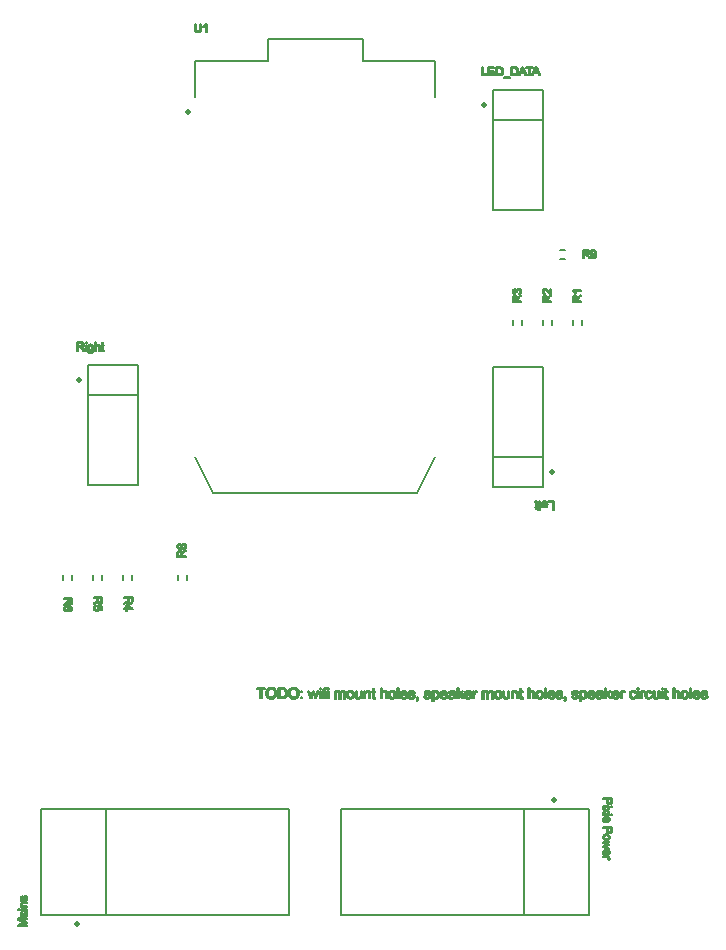
<source format=gto>
%FSLAX33Y33*%
%MOMM*%
%ADD10C,0.15*%
%ADD11C,0.2032*%
%ADD12C,0.5*%
%ADD13C,0.5*%
%ADD14C,0.5*%
%ADD15C,0.5*%
D10*
%LNtop silkscreen_traces*%
%LNtop silkscreen component 2c45c667da657ff7*%
G01*
X19270Y-7625D02*
X19270Y-17775D01*
X15020Y-17775*
X15020Y-7625*
X19270Y-7625*
X19270Y-15240D02*
X15020Y-15240D01*
D11*
X19750Y-19059D02*
X19750Y-19059D01*
X20102Y-19059*
X20103Y-19059*
X20103Y-19690*
X20196Y-19690*
X20196Y-18976*
X19750Y-18976*
X19750Y-19059*
X19387Y-18967D02*
X19387Y-18967D01*
X19348Y-18975*
X19313Y-18988*
X19282Y-19008*
X19255Y-19032*
X19233Y-19060*
X19216Y-19093*
X19203Y-19130*
X19293Y-19141*
X19303Y-19116*
X19303Y-19116*
X19316Y-19094*
X19316Y-19094*
X19331Y-19075*
X19331Y-19075*
X19347Y-19061*
X19347Y-19061*
X19365Y-19049*
X19365Y-19049*
X19385Y-19041*
X19385Y-19041*
X19406Y-19037*
X19406Y-19037*
X19430Y-19035*
X19430Y-19035*
X19461Y-19038*
X19461Y-19038*
X19489Y-19046*
X19489Y-19046*
X19515Y-19061*
X19515Y-19061*
X19538Y-19081*
X19538Y-19081*
X19558Y-19106*
X19558Y-19106*
X19572Y-19136*
X19572Y-19136*
X19582Y-19171*
X19582Y-19172*
X19587Y-19212*
X19587Y-19212*
X19200Y-19212*
X19200Y-19219*
X19200Y-19225*
X19200Y-19231*
X19200Y-19235*
X19204Y-19296*
X19216Y-19349*
X19237Y-19395*
X19265Y-19434*
X19301Y-19465*
X19341Y-19487*
X19386Y-19500*
X19435Y-19505*
X19486Y-19500*
X19532Y-19487*
X19573Y-19464*
X19609Y-19433*
X19639Y-19393*
X19660Y-19346*
X19673Y-19292*
X19677Y-19230*
X19673Y-19170*
X19660Y-19118*
X19639Y-19072*
X19610Y-19034*
X19574Y-19003*
X19532Y-18981*
X19484Y-18968*
X19430Y-18964*
X19387Y-18967*
X19582Y-19284D02*
X19582Y-19284D01*
X19292Y-19284*
X19296Y-19315*
X19303Y-19341*
X19313Y-19364*
X19325Y-19382*
X19348Y-19404*
X19373Y-19420*
X19402Y-19430*
X19434Y-19433*
X19463Y-19430*
X19490Y-19423*
X19514Y-19410*
X19536Y-19392*
X19554Y-19371*
X19568Y-19345*
X19577Y-19316*
X19582Y-19284*
X18984Y-19425D02*
X18984Y-19425D01*
X18984Y-19426*
X18883Y-19426*
X18883Y-19493*
X18984Y-19493*
X18984Y-19493*
X18984Y-19541*
X18984Y-19541*
X18983Y-19563*
X18983Y-19563*
X18980Y-19581*
X18980Y-19581*
X18974Y-19595*
X18974Y-19595*
X18967Y-19606*
X18967Y-19606*
X18957Y-19613*
X18957Y-19613*
X18944Y-19619*
X18944Y-19619*
X18929Y-19622*
X18929Y-19622*
X18910Y-19623*
X18910Y-19623*
X18898Y-19623*
X18898Y-19623*
X18885Y-19622*
X18885Y-19622*
X18872Y-19620*
X18872Y-19620*
X18859Y-19618*
X18846Y-19694*
X18867Y-19698*
X18888Y-19700*
X18908Y-19702*
X18927Y-19703*
X18954Y-19701*
X18978Y-19697*
X18999Y-19691*
X19017Y-19681*
X19031Y-19670*
X19044Y-19657*
X19053Y-19642*
X19061Y-19626*
X19065Y-19612*
X19068Y-19594*
X19070Y-19573*
X19070Y-19549*
X19070Y-19493*
X19071Y-19493*
X19148Y-19493*
X19148Y-19426*
X19071Y-19426*
X19070Y-19425*
X19070Y-18976*
X18984Y-18976*
X18984Y-19425*
X18661Y-18969D02*
X18661Y-18969D01*
X18645Y-18971*
X18627Y-18973*
X18610Y-18976*
X18622Y-19053*
X18633Y-19052*
X18633Y-19052*
X18644Y-19051*
X18644Y-19051*
X18653Y-19050*
X18653Y-19050*
X18661Y-19050*
X18661Y-19050*
X18670Y-19050*
X18670Y-19050*
X18678Y-19051*
X18678Y-19051*
X18685Y-19053*
X18685Y-19053*
X18691Y-19056*
X18691Y-19056*
X18696Y-19060*
X18696Y-19060*
X18700Y-19064*
X18700Y-19064*
X18704Y-19068*
X18704Y-19068*
X18706Y-19073*
X18706Y-19073*
X18708Y-19081*
X18708Y-19081*
X18710Y-19091*
X18710Y-19091*
X18711Y-19105*
X18711Y-19105*
X18711Y-19122*
X18711Y-19122*
X18711Y-19425*
X18711Y-19426*
X18623Y-19426*
X18623Y-19493*
X18711Y-19493*
X18711Y-19493*
X18711Y-19674*
X18797Y-19622*
X18797Y-19493*
X18798Y-19493*
X18862Y-19493*
X18862Y-19426*
X18798Y-19426*
X18797Y-19425*
X18797Y-19127*
X18797Y-19091*
X18795Y-19061*
X18791Y-19039*
X18787Y-19023*
X18780Y-19012*
X18772Y-19001*
X18762Y-18992*
X18750Y-18984*
X18735Y-18977*
X18718Y-18972*
X18698Y-18970*
X18676Y-18969*
X18661Y-18969*
D12*
X20020Y-16510D03*
%LNtop silkscreen component 87b45da516ead0f5*%
D10*
X20740Y1505D02*
X21170Y1505D01*
X20740Y2305D02*
X21170Y2305D01*
D11*
X22738Y1923D02*
X22738Y1923D01*
X22738Y1923*
X22849Y1923*
X22849Y1923*
X22866Y1923*
X22866Y1923*
X22880Y1923*
X22880Y1923*
X22892Y1921*
X22892Y1921*
X22901Y1920*
X22901Y1920*
X22912Y1917*
X22912Y1917*
X22923Y1912*
X22923Y1912*
X22934Y1907*
X22934Y1907*
X22945Y1901*
X22945Y1901*
X22956Y1893*
X22956Y1893*
X22967Y1882*
X22968Y1882*
X22980Y1869*
X22980Y1869*
X22993Y1853*
X22993Y1853*
X23007Y1834*
X23007Y1834*
X23024Y1811*
X23024Y1811*
X23042Y1785*
X23042Y1785*
X23061Y1754*
X23061Y1754*
X23156Y1606*
X23274Y1606*
X23150Y1800*
X23131Y1827*
X23112Y1852*
X23092Y1874*
X23071Y1895*
X23061Y1903*
X23047Y1912*
X23032Y1921*
X23014Y1930*
X23014Y1931*
X23063Y1941*
X23104Y1955*
X23139Y1974*
X23167Y1997*
X23188Y2025*
X23203Y2056*
X23213Y2089*
X23216Y2126*
X23214Y2154*
X23208Y2182*
X23199Y2208*
X23186Y2233*
X23170Y2256*
X23151Y2274*
X23130Y2290*
X23107Y2301*
X23079Y2309*
X23046Y2315*
X23006Y2319*
X22961Y2320*
X22644Y2320*
X22644Y1606*
X22738Y1606*
X22738Y1923*
X22739Y2005D02*
X22739Y2005D01*
X22942Y2005*
X22973Y2006*
X23000Y2008*
X23024Y2012*
X23044Y2018*
X23061Y2026*
X23076Y2036*
X23089Y2048*
X23100Y2061*
X23108Y2076*
X23114Y2092*
X23117Y2108*
X23119Y2126*
X23116Y2150*
X23109Y2172*
X23098Y2192*
X23082Y2209*
X23061Y2223*
X23034Y2234*
X23002Y2240*
X22965Y2242*
X22739Y2242*
X22739Y2005*
X23582Y1596D02*
X23582Y1596D01*
X23617Y1604*
X23650Y1617*
X23681Y1636*
X23709Y1659*
X23732Y1688*
X23753Y1721*
X23769Y1759*
X23782Y1803*
X23792Y1854*
X23797Y1912*
X23799Y1978*
X23797Y2040*
X23792Y2094*
X23782Y2140*
X23769Y2179*
X23753Y2212*
X23732Y2240*
X23709Y2265*
X23682Y2286*
X23652Y2302*
X23621Y2314*
X23588Y2321*
X23554Y2323*
X23508Y2319*
X23466Y2307*
X23428Y2286*
X23394Y2257*
X23366Y2221*
X23346Y2180*
X23334Y2134*
X23330Y2082*
X23333Y2032*
X23345Y1987*
X23364Y1947*
X23391Y1912*
X23423Y1884*
X23459Y1864*
X23498Y1852*
X23541Y1848*
X23567Y1850*
X23592Y1855*
X23616Y1863*
X23640Y1874*
X23661Y1888*
X23680Y1904*
X23697Y1922*
X23712Y1943*
X23712Y1942*
X23713Y1936*
X23713Y1936*
X23713Y1932*
X23713Y1932*
X23713Y1928*
X23713Y1928*
X23713Y1924*
X23713Y1924*
X23712Y1897*
X23712Y1897*
X23710Y1870*
X23710Y1870*
X23705Y1843*
X23705Y1843*
X23700Y1817*
X23700Y1817*
X23693Y1792*
X23693Y1792*
X23685Y1769*
X23685Y1769*
X23676Y1750*
X23676Y1750*
X23667Y1733*
X23667Y1733*
X23656Y1718*
X23656Y1718*
X23645Y1705*
X23645Y1705*
X23631Y1693*
X23631Y1693*
X23617Y1683*
X23617Y1683*
X23601Y1675*
X23601Y1675*
X23584Y1669*
X23583Y1669*
X23565Y1666*
X23565Y1666*
X23545Y1665*
X23545Y1665*
X23523Y1666*
X23523Y1666*
X23502Y1671*
X23502Y1671*
X23484Y1680*
X23484Y1680*
X23467Y1692*
X23467Y1692*
X23453Y1707*
X23453Y1707*
X23442Y1727*
X23442Y1727*
X23433Y1750*
X23433Y1750*
X23426Y1778*
X23343Y1770*
X23351Y1731*
X23364Y1696*
X23383Y1665*
X23407Y1640*
X23435Y1619*
X23467Y1605*
X23503Y1596*
X23543Y1593*
X23582Y1596*
X23702Y2086D02*
X23702Y2086D01*
X23700Y2122*
X23692Y2154*
X23679Y2182*
X23662Y2207*
X23641Y2226*
X23617Y2240*
X23592Y2248*
X23565Y2251*
X23537Y2248*
X23510Y2239*
X23485Y2224*
X23463Y2203*
X23444Y2177*
X23430Y2148*
X23422Y2115*
X23419Y2079*
X23422Y2047*
X23430Y2017*
X23443Y1991*
X23461Y1968*
X23482Y1949*
X23507Y1936*
X23533Y1928*
X23562Y1925*
X23592Y1928*
X23618Y1936*
X23642Y1949*
X23663Y1968*
X23680Y1991*
X23692Y2019*
X23700Y2051*
X23702Y2086*
%LNtop silkscreen component 3d5d9854e51a6828*%
D10*
X10160Y18288D02*
X4013Y18288D01*
X-10160Y18288D02*
X-4013Y18288D01*
X-4013Y20193D02*
X-4013Y18288D01*
X4013Y18288D02*
X4013Y20193D01*
X4013Y20193D02*
X-4013Y20193D01*
X8636Y-18288D02*
X-8636Y-18288D01*
X8636Y-18288D02*
X10160Y-15240D01*
X-10160Y-15240D02*
X-8636Y-18288D01*
D11*
X-9874Y20734D02*
X-9874Y20734D01*
X-9830Y20741*
X-9790Y20754*
X-9756Y20771*
X-9727Y20792*
X-9702Y20817*
X-9683Y20844*
X-9668Y20874*
X-9658Y20908*
X-9650Y20949*
X-9645Y20994*
X-9644Y21045*
X-9644Y21458*
X-9738Y21458*
X-9738Y21046*
X-9738Y21046*
X-9740Y20984*
X-9740Y20984*
X-9749Y20933*
X-9749Y20933*
X-9763Y20893*
X-9763Y20892*
X-9782Y20863*
X-9782Y20863*
X-9808Y20842*
X-9808Y20842*
X-9842Y20828*
X-9842Y20828*
X-9883Y20819*
X-9883Y20819*
X-9931Y20816*
X-9931Y20816*
X-9961Y20817*
X-9961Y20817*
X-9988Y20822*
X-9988Y20822*
X-10013Y20829*
X-10013Y20829*
X-10035Y20840*
X-10035Y20840*
X-10055Y20853*
X-10055Y20853*
X-10071Y20869*
X-10071Y20869*
X-10085Y20887*
X-10085Y20887*
X-10095Y20908*
X-10095Y20908*
X-10102Y20933*
X-10102Y20933*
X-10108Y20965*
X-10108Y20965*
X-10111Y21002*
X-10111Y21002*
X-10112Y21046*
X-10112Y21046*
X-10112Y21458*
X-10206Y21458*
X-10206Y21045*
X-10204Y20991*
X-10199Y20944*
X-10191Y20902*
X-10179Y20866*
X-10163Y20835*
X-10142Y20808*
X-10117Y20785*
X-10087Y20766*
X-10053Y20751*
X-10015Y20740*
X-9971Y20733*
X-9923Y20731*
X-9874Y20734*
X-9191Y21461D02*
X-9191Y21461D01*
X-9247Y21461*
X-9260Y21438*
X-9260Y21438*
X-9278Y21414*
X-9278Y21414*
X-9299Y21390*
X-9299Y21390*
X-9325Y21366*
X-9325Y21366*
X-9353Y21342*
X-9353Y21342*
X-9385Y21320*
X-9385Y21320*
X-9418Y21300*
X-9418Y21300*
X-9453Y21282*
X-9453Y21198*
X-9433Y21206*
X-9411Y21216*
X-9387Y21229*
X-9362Y21243*
X-9337Y21258*
X-9315Y21273*
X-9296Y21288*
X-9278Y21304*
X-9278Y21303*
X-9278Y20744*
X-9191Y20744*
X-9191Y21461*
D10*
X10160Y18288D02*
X10160Y15240D01*
X-10160Y18288D02*
X-10160Y15240D01*
D13*
X-10760Y13970D03*
%LNtop silkscreen component 6d3aea982238fda5*%
D10*
X22625Y-4025D02*
X22625Y-3595D01*
X21825Y-4025D02*
X21825Y-3595D01*
D11*
X22207Y-2027D02*
X22207Y-2027D01*
X22207Y-2027*
X22207Y-1916*
X22207Y-1916*
X22207Y-1899*
X22207Y-1899*
X22207Y-1885*
X22207Y-1885*
X22209Y-1873*
X22209Y-1873*
X22210Y-1864*
X22210Y-1864*
X22213Y-1853*
X22213Y-1853*
X22218Y-1842*
X22218Y-1842*
X22223Y-1831*
X22223Y-1831*
X22229Y-1820*
X22229Y-1820*
X22237Y-1809*
X22237Y-1809*
X22248Y-1798*
X22248Y-1797*
X22261Y-1785*
X22261Y-1785*
X22277Y-1772*
X22277Y-1772*
X22296Y-1758*
X22296Y-1758*
X22319Y-1741*
X22319Y-1741*
X22345Y-1723*
X22345Y-1723*
X22376Y-1704*
X22376Y-1704*
X22524Y-1609*
X22524Y-1491*
X22330Y-1615*
X22303Y-1634*
X22278Y-1653*
X22256Y-1673*
X22235Y-1694*
X22227Y-1704*
X22218Y-1718*
X22209Y-1733*
X22200Y-1751*
X22199Y-1751*
X22189Y-1702*
X22175Y-1661*
X22156Y-1626*
X22133Y-1598*
X22105Y-1577*
X22074Y-1562*
X22041Y-1552*
X22004Y-1549*
X21976Y-1551*
X21948Y-1557*
X21922Y-1566*
X21897Y-1579*
X21874Y-1595*
X21856Y-1614*
X21840Y-1635*
X21829Y-1658*
X21821Y-1686*
X21815Y-1719*
X21811Y-1759*
X21810Y-1804*
X21810Y-2121*
X22524Y-2121*
X22524Y-2027*
X22207Y-2027*
X22125Y-2026D02*
X22125Y-2026D01*
X22125Y-1823*
X22124Y-1792*
X22122Y-1765*
X22118Y-1741*
X22112Y-1721*
X22104Y-1704*
X22094Y-1689*
X22082Y-1676*
X22069Y-1665*
X22054Y-1657*
X22038Y-1651*
X22022Y-1648*
X22004Y-1646*
X21980Y-1649*
X21958Y-1656*
X21938Y-1667*
X21921Y-1683*
X21907Y-1704*
X21896Y-1731*
X21890Y-1763*
X21888Y-1800*
X21888Y-2026*
X22125Y-2026*
X21807Y-1105D02*
X21807Y-1105D01*
X21807Y-1161*
X21830Y-1175*
X21830Y-1175*
X21854Y-1192*
X21854Y-1192*
X21878Y-1214*
X21878Y-1214*
X21902Y-1239*
X21902Y-1239*
X21926Y-1268*
X21926Y-1268*
X21948Y-1299*
X21948Y-1299*
X21968Y-1333*
X21968Y-1333*
X21986Y-1368*
X22070Y-1368*
X22062Y-1348*
X22052Y-1325*
X22039Y-1301*
X22025Y-1276*
X22010Y-1252*
X21995Y-1230*
X21980Y-1210*
X21964Y-1193*
X21965Y-1192*
X22524Y-1192*
X22524Y-1105*
X21807Y-1105*
%LNtop silkscreen component 6f932e20ef6d6c77*%
D10*
X15020Y5720D02*
X15020Y15870D01*
X19270Y15870*
X19270Y5720*
X15020Y5720*
X15020Y13335D02*
X19270Y13335D01*
D11*
X14540Y17154D02*
X14540Y17154D01*
X14188Y17154*
X14187Y17154*
X14187Y17785*
X14094Y17785*
X14094Y17071*
X14540Y17071*
X14540Y17154*
X15189Y17154D02*
X15189Y17154D01*
X14750Y17154*
X14749Y17154*
X14749Y17398*
X14750Y17399*
X15145Y17399*
X15145Y17482*
X14750Y17482*
X14749Y17482*
X14749Y17702*
X14750Y17702*
X15172Y17702*
X15172Y17785*
X14656Y17785*
X14656Y17071*
X15189Y17071*
X15189Y17154*
X15610Y17071D02*
X15610Y17071D01*
X15640Y17074*
X15668Y17077*
X15693Y17083*
X15718Y17090*
X15740Y17098*
X15760Y17107*
X15779Y17119*
X15796Y17131*
X15813Y17147*
X15829Y17164*
X15844Y17183*
X15858Y17205*
X15871Y17230*
X15882Y17257*
X15893Y17287*
X15901Y17320*
X15907Y17355*
X15910Y17392*
X15912Y17432*
X15910Y17478*
X15905Y17522*
X15896Y17563*
X15884Y17602*
X15868Y17637*
X15848Y17670*
X15825Y17698*
X15799Y17724*
X15776Y17741*
X15751Y17755*
X15724Y17767*
X15694Y17775*
X15670Y17780*
X15640Y17783*
X15606Y17785*
X15567Y17785*
X15321Y17785*
X15321Y17071*
X15579Y17071*
X15610Y17071*
X15415Y17154D02*
X15415Y17154D01*
X15568Y17154*
X15601Y17155*
X15631Y17158*
X15657Y17162*
X15679Y17168*
X15698Y17175*
X15715Y17184*
X15730Y17193*
X15743Y17205*
X15759Y17223*
X15773Y17244*
X15785Y17268*
X15796Y17295*
X15804Y17325*
X15810Y17358*
X15813Y17394*
X15814Y17433*
X15812Y17486*
X15805Y17533*
X15794Y17572*
X15778Y17606*
X15758Y17634*
X15737Y17656*
X15713Y17674*
X15688Y17687*
X15666Y17693*
X15638Y17698*
X15605Y17700*
X15565Y17701*
X15415Y17701*
X15415Y17154*
X16532Y16934D02*
X16532Y16934D01*
X15951Y16934*
X15951Y16872*
X16532Y16872*
X16532Y16934*
X16888Y17071D02*
X16888Y17071D01*
X16918Y17074*
X16946Y17077*
X16972Y17083*
X16996Y17090*
X17018Y17098*
X17039Y17107*
X17057Y17119*
X17074Y17131*
X17091Y17147*
X17107Y17164*
X17122Y17183*
X17136Y17205*
X17149Y17230*
X17161Y17257*
X17171Y17287*
X17179Y17320*
X17185Y17355*
X17189Y17392*
X17190Y17432*
X17188Y17478*
X17183Y17522*
X17174Y17563*
X17162Y17602*
X17146Y17637*
X17127Y17670*
X17104Y17698*
X17077Y17724*
X17055Y17741*
X17029Y17755*
X17002Y17767*
X16973Y17775*
X16948Y17780*
X16919Y17783*
X16884Y17785*
X16845Y17785*
X16599Y17785*
X16599Y17071*
X16857Y17071*
X16888Y17071*
X16693Y17154D02*
X16693Y17154D01*
X16846Y17154*
X16880Y17155*
X16909Y17158*
X16935Y17162*
X16957Y17168*
X16976Y17175*
X16993Y17184*
X17009Y17193*
X17022Y17205*
X17037Y17223*
X17051Y17244*
X17064Y17268*
X17074Y17295*
X17082Y17325*
X17088Y17358*
X17092Y17394*
X17093Y17433*
X17090Y17486*
X17084Y17533*
X17072Y17572*
X17056Y17606*
X17037Y17634*
X17015Y17656*
X16992Y17674*
X16966Y17687*
X16944Y17693*
X16917Y17698*
X16883Y17700*
X16844Y17701*
X16693Y17701*
X16693Y17154*
X17619Y17785D02*
X17619Y17785D01*
X17517Y17785*
X17243Y17071*
X17342Y17071*
X17421Y17287*
X17421Y17287*
X17721Y17287*
X17721Y17287*
X17805Y17071*
X17911Y17071*
X17619Y17785*
X17616Y17562D02*
X17616Y17562D01*
X17616Y17562*
X17600Y17605*
X17600Y17605*
X17586Y17644*
X17586Y17644*
X17575Y17679*
X17575Y17679*
X17566Y17709*
X17559Y17676*
X17559Y17676*
X17550Y17642*
X17550Y17642*
X17540Y17608*
X17540Y17608*
X17528Y17574*
X17528Y17574*
X17449Y17364*
X17691Y17364*
X17616Y17562*
X18190Y17702D02*
X18190Y17702D01*
X18190Y17702*
X18427Y17702*
X18427Y17785*
X17860Y17785*
X17860Y17702*
X18096Y17702*
X18096Y17702*
X18096Y17071*
X18190Y17071*
X18190Y17702*
X18748Y17785D02*
X18748Y17785D01*
X18647Y17785*
X18372Y17071*
X18472Y17071*
X18550Y17287*
X18551Y17287*
X18850Y17287*
X18850Y17287*
X18934Y17071*
X19041Y17071*
X18748Y17785*
X18746Y17562D02*
X18746Y17562D01*
X18746Y17562*
X18730Y17605*
X18730Y17605*
X18716Y17644*
X18716Y17644*
X18704Y17679*
X18704Y17679*
X18695Y17709*
X18688Y17676*
X18688Y17676*
X18679Y17642*
X18679Y17642*
X18669Y17608*
X18669Y17608*
X18657Y17574*
X18657Y17574*
X18579Y17364*
X18820Y17364*
X18746Y17562*
D13*
X14270Y14605D03*
%LNtop silkscreen component a85c78020cb388fc*%
D10*
X17545Y-4025D02*
X17545Y-3595D01*
X16745Y-4025D02*
X16745Y-3595D01*
D11*
X17127Y-2027D02*
X17127Y-2027D01*
X17127Y-2027*
X17127Y-1916*
X17127Y-1916*
X17127Y-1899*
X17127Y-1899*
X17127Y-1885*
X17127Y-1885*
X17129Y-1873*
X17129Y-1873*
X17130Y-1864*
X17130Y-1864*
X17133Y-1853*
X17133Y-1853*
X17138Y-1842*
X17138Y-1842*
X17143Y-1831*
X17143Y-1831*
X17149Y-1820*
X17149Y-1820*
X17157Y-1809*
X17157Y-1809*
X17168Y-1798*
X17168Y-1797*
X17181Y-1785*
X17181Y-1785*
X17197Y-1772*
X17197Y-1772*
X17216Y-1758*
X17216Y-1758*
X17239Y-1741*
X17239Y-1741*
X17265Y-1723*
X17265Y-1723*
X17296Y-1704*
X17296Y-1704*
X17444Y-1609*
X17444Y-1491*
X17250Y-1615*
X17223Y-1634*
X17198Y-1653*
X17176Y-1673*
X17155Y-1694*
X17147Y-1704*
X17138Y-1718*
X17129Y-1733*
X17120Y-1751*
X17119Y-1751*
X17109Y-1702*
X17095Y-1661*
X17076Y-1626*
X17053Y-1598*
X17025Y-1577*
X16994Y-1562*
X16961Y-1552*
X16924Y-1549*
X16896Y-1551*
X16868Y-1557*
X16842Y-1566*
X16817Y-1579*
X16794Y-1595*
X16776Y-1614*
X16760Y-1635*
X16749Y-1658*
X16741Y-1686*
X16735Y-1719*
X16731Y-1759*
X16730Y-1804*
X16730Y-2121*
X17444Y-2121*
X17444Y-2027*
X17127Y-2027*
X17045Y-2026D02*
X17045Y-2026D01*
X17045Y-1823*
X17044Y-1792*
X17042Y-1765*
X17038Y-1741*
X17032Y-1721*
X17024Y-1704*
X17014Y-1689*
X17002Y-1676*
X16989Y-1665*
X16974Y-1657*
X16958Y-1651*
X16942Y-1648*
X16924Y-1646*
X16900Y-1649*
X16878Y-1656*
X16858Y-1667*
X16841Y-1683*
X16827Y-1704*
X16816Y-1731*
X16810Y-1763*
X16808Y-1800*
X16808Y-2026*
X17045Y-2026*
X17453Y-1158D02*
X17453Y-1158D01*
X17441Y-1113*
X17421Y-1072*
X17392Y-1035*
X17358Y-1006*
X17320Y-0984*
X17279Y-0972*
X17234Y-0967*
X17200Y-0969*
X17170Y-0976*
X17143Y-0987*
X17118Y-1002*
X17097Y-1022*
X17080Y-1044*
X17067Y-1071*
X17058Y-1101*
X17057Y-1101*
X17045Y-1078*
X17031Y-1058*
X17014Y-1041*
X16996Y-1027*
X16977Y-1016*
X16956Y-1009*
X16935Y-1004*
X16912Y-1002*
X16888Y-1004*
X16865Y-1009*
X16842Y-1017*
X16820Y-1028*
X16800Y-1043*
X16781Y-1060*
X16766Y-1081*
X16752Y-1104*
X16741Y-1129*
X16733Y-1155*
X16728Y-1183*
X16727Y-1211*
X16730Y-1252*
X16739Y-1289*
X16754Y-1323*
X16775Y-1353*
X16802Y-1379*
X16834Y-1400*
X16870Y-1416*
X16911Y-1426*
X16927Y-1339*
X16897Y-1333*
X16897Y-1333*
X16871Y-1323*
X16871Y-1323*
X16849Y-1311*
X16849Y-1311*
X16830Y-1295*
X16830Y-1295*
X16816Y-1277*
X16816Y-1277*
X16806Y-1257*
X16806Y-1257*
X16800Y-1234*
X16800Y-1234*
X16798Y-1209*
X16798Y-1209*
X16800Y-1185*
X16800Y-1185*
X16806Y-1162*
X16806Y-1162*
X16816Y-1142*
X16816Y-1142*
X16830Y-1125*
X16830Y-1125*
X16847Y-1110*
X16847Y-1110*
X16866Y-1100*
X16866Y-1100*
X16887Y-1094*
X16887Y-1094*
X16910Y-1092*
X16910Y-1092*
X16939Y-1095*
X16939Y-1095*
X16964Y-1103*
X16964Y-1103*
X16984Y-1117*
X16984Y-1117*
X17001Y-1137*
X17001Y-1137*
X17014Y-1160*
X17014Y-1160*
X17023Y-1185*
X17023Y-1185*
X17029Y-1211*
X17029Y-1211*
X17030Y-1238*
X17030Y-1238*
X17030Y-1241*
X17030Y-1241*
X17030Y-1244*
X17030Y-1244*
X17030Y-1248*
X17030Y-1248*
X17030Y-1252*
X17105Y-1262*
X17101Y-1244*
X17101Y-1244*
X17098Y-1228*
X17098Y-1228*
X17096Y-1213*
X17096Y-1213*
X17096Y-1200*
X17096Y-1200*
X17098Y-1171*
X17098Y-1171*
X17106Y-1144*
X17106Y-1144*
X17118Y-1120*
X17118Y-1120*
X17135Y-1099*
X17135Y-1099*
X17156Y-1082*
X17156Y-1082*
X17180Y-1069*
X17180Y-1069*
X17206Y-1062*
X17207Y-1062*
X17236Y-1059*
X17236Y-1059*
X17266Y-1062*
X17266Y-1062*
X17294Y-1070*
X17294Y-1070*
X17319Y-1084*
X17320Y-1084*
X17342Y-1102*
X17342Y-1102*
X17361Y-1125*
X17361Y-1125*
X17375Y-1150*
X17375Y-1150*
X17383Y-1178*
X17383Y-1178*
X17385Y-1207*
X17385Y-1207*
X17383Y-1233*
X17383Y-1233*
X17377Y-1256*
X17377Y-1256*
X17367Y-1277*
X17367Y-1277*
X17352Y-1296*
X17352Y-1296*
X17333Y-1313*
X17333Y-1313*
X17309Y-1328*
X17309Y-1328*
X17279Y-1339*
X17279Y-1339*
X17245Y-1348*
X17256Y-1435*
X17299Y-1427*
X17337Y-1413*
X17371Y-1392*
X17401Y-1364*
X17426Y-1331*
X17443Y-1294*
X17454Y-1253*
X17457Y-1208*
X17453Y-1158*
%LNtop silkscreen component b77673326f327343*%
D10*
X-18845Y-25185D02*
X-18845Y-25615D01*
X-18045Y-25185D02*
X-18045Y-25615D01*
D11*
X-18427Y-27183D02*
X-18427Y-27183D01*
X-18427Y-27183*
X-18427Y-27294*
X-18427Y-27294*
X-18427Y-27311*
X-18427Y-27311*
X-18427Y-27325*
X-18427Y-27325*
X-18429Y-27337*
X-18429Y-27337*
X-18430Y-27346*
X-18430Y-27346*
X-18433Y-27357*
X-18433Y-27357*
X-18438Y-27368*
X-18438Y-27368*
X-18443Y-27379*
X-18443Y-27379*
X-18449Y-27390*
X-18449Y-27390*
X-18457Y-27401*
X-18457Y-27401*
X-18468Y-27412*
X-18468Y-27413*
X-18481Y-27425*
X-18481Y-27425*
X-18497Y-27438*
X-18497Y-27438*
X-18516Y-27452*
X-18516Y-27452*
X-18539Y-27469*
X-18539Y-27469*
X-18565Y-27487*
X-18565Y-27487*
X-18596Y-27506*
X-18596Y-27506*
X-18744Y-27601*
X-18744Y-27719*
X-18550Y-27595*
X-18523Y-27576*
X-18498Y-27557*
X-18476Y-27537*
X-18455Y-27516*
X-18447Y-27506*
X-18438Y-27492*
X-18429Y-27477*
X-18420Y-27459*
X-18419Y-27459*
X-18409Y-27508*
X-18395Y-27549*
X-18376Y-27584*
X-18353Y-27612*
X-18325Y-27633*
X-18294Y-27648*
X-18261Y-27658*
X-18224Y-27661*
X-18196Y-27659*
X-18168Y-27653*
X-18142Y-27644*
X-18117Y-27631*
X-18094Y-27615*
X-18076Y-27596*
X-18060Y-27575*
X-18049Y-27552*
X-18041Y-27524*
X-18035Y-27491*
X-18031Y-27451*
X-18030Y-27406*
X-18030Y-27089*
X-18744Y-27089*
X-18744Y-27183*
X-18427Y-27183*
X-18345Y-27184D02*
X-18345Y-27184D01*
X-18345Y-27387*
X-18344Y-27418*
X-18342Y-27445*
X-18338Y-27469*
X-18332Y-27489*
X-18324Y-27506*
X-18314Y-27521*
X-18302Y-27534*
X-18289Y-27545*
X-18274Y-27553*
X-18258Y-27559*
X-18242Y-27562*
X-18224Y-27564*
X-18200Y-27561*
X-18178Y-27554*
X-18158Y-27543*
X-18141Y-27527*
X-18127Y-27506*
X-18116Y-27479*
X-18110Y-27447*
X-18108Y-27410*
X-18108Y-27184*
X-18345Y-27184*
X-18751Y-28060D02*
X-18751Y-28060D01*
X-18735Y-28110*
X-18708Y-28154*
X-18670Y-28192*
X-18633Y-28216*
X-18593Y-28234*
X-18549Y-28245*
X-18502Y-28248*
X-18454Y-28244*
X-18410Y-28232*
X-18370Y-28212*
X-18336Y-28184*
X-18307Y-28150*
X-18287Y-28112*
X-18275Y-28071*
X-18271Y-28026*
X-18274Y-27991*
X-18282Y-27957*
X-18296Y-27924*
X-18316Y-27891*
X-18316Y-27890*
X-18123Y-27929*
X-18122Y-27929*
X-18122Y-28214*
X-18039Y-28214*
X-18039Y-27859*
X-18406Y-27790*
X-18417Y-27872*
X-18402Y-27882*
X-18402Y-27882*
X-18389Y-27895*
X-18389Y-27895*
X-18377Y-27909*
X-18377Y-27909*
X-18367Y-27926*
X-18367Y-27926*
X-18358Y-27943*
X-18358Y-27943*
X-18352Y-27962*
X-18352Y-27962*
X-18349Y-27982*
X-18349Y-27982*
X-18348Y-28003*
X-18348Y-28003*
X-18350Y-28035*
X-18350Y-28035*
X-18358Y-28065*
X-18358Y-28065*
X-18372Y-28091*
X-18372Y-28091*
X-18391Y-28113*
X-18391Y-28114*
X-18415Y-28132*
X-18415Y-28132*
X-18443Y-28145*
X-18443Y-28145*
X-18474Y-28153*
X-18474Y-28153*
X-18510Y-28156*
X-18510Y-28156*
X-18548Y-28153*
X-18548Y-28153*
X-18582Y-28145*
X-18582Y-28145*
X-18611Y-28131*
X-18611Y-28131*
X-18637Y-28112*
X-18637Y-28112*
X-18658Y-28089*
X-18658Y-28089*
X-18673Y-28063*
X-18673Y-28063*
X-18682Y-28035*
X-18682Y-28035*
X-18685Y-28004*
X-18685Y-28004*
X-18683Y-27979*
X-18683Y-27978*
X-18677Y-27955*
X-18677Y-27955*
X-18666Y-27933*
X-18666Y-27933*
X-18651Y-27914*
X-18651Y-27914*
X-18632Y-27897*
X-18632Y-27897*
X-18609Y-27883*
X-18609Y-27883*
X-18581Y-27873*
X-18581Y-27873*
X-18550Y-27866*
X-18558Y-27775*
X-18600Y-27782*
X-18639Y-27797*
X-18673Y-27817*
X-18702Y-27845*
X-18726Y-27878*
X-18743Y-27915*
X-18753Y-27958*
X-18757Y-28004*
X-18751Y-28060*
%LNtop silkscreen component f8ca9c4e8fb87baf*%
D10*
X-2200Y-54030D02*
X-23200Y-54030D01*
X-23200Y-45030*
X-2200Y-45030*
X-2200Y-54030*
X-17700Y-54030D02*
X-17700Y-45030D01*
D11*
X-25115Y-54273D02*
X-25115Y-54273D01*
X-25115Y-54400*
X-24618Y-54571*
X-24582Y-54583*
X-24551Y-54593*
X-24525Y-54602*
X-24503Y-54609*
X-24503Y-54610*
X-24523Y-54616*
X-24547Y-54624*
X-24576Y-54633*
X-24609Y-54644*
X-25115Y-54814*
X-25115Y-54955*
X-24401Y-54955*
X-24401Y-54865*
X-25010Y-54865*
X-25010Y-54864*
X-24401Y-54657*
X-24401Y-54572*
X-25000Y-54364*
X-25000Y-54363*
X-24401Y-54363*
X-24401Y-54273*
X-25115Y-54273*
X-24390Y-53958D02*
X-24390Y-53958D01*
X-24393Y-53934*
X-24398Y-53910*
X-24406Y-53887*
X-24416Y-53864*
X-24429Y-53841*
X-24445Y-53817*
X-24465Y-53793*
X-24464Y-53792*
X-24446Y-53790*
X-24430Y-53786*
X-24414Y-53781*
X-24401Y-53775*
X-24401Y-53684*
X-24415Y-53691*
X-24415Y-53691*
X-24430Y-53698*
X-24430Y-53698*
X-24446Y-53703*
X-24446Y-53703*
X-24462Y-53706*
X-24462Y-53706*
X-24484Y-53708*
X-24484Y-53708*
X-24517Y-53710*
X-24517Y-53710*
X-24562Y-53711*
X-24562Y-53711*
X-24617Y-53712*
X-24617Y-53712*
X-24734Y-53712*
X-24761Y-53712*
X-24784Y-53713*
X-24802Y-53714*
X-24815Y-53716*
X-24833Y-53721*
X-24848Y-53727*
X-24862Y-53734*
X-24875Y-53743*
X-24886Y-53754*
X-24897Y-53768*
X-24906Y-53785*
X-24914Y-53804*
X-24921Y-53826*
X-24926Y-53852*
X-24929Y-53880*
X-24930Y-53912*
X-24929Y-53944*
X-24925Y-53975*
X-24919Y-54003*
X-24911Y-54029*
X-24901Y-54053*
X-24889Y-54074*
X-24875Y-54092*
X-24859Y-54107*
X-24841Y-54119*
X-24820Y-54130*
X-24797Y-54138*
X-24771Y-54145*
X-24759Y-54060*
X-24785Y-54052*
X-24785Y-54052*
X-24806Y-54042*
X-24806Y-54042*
X-24823Y-54030*
X-24823Y-54030*
X-24836Y-54016*
X-24836Y-54016*
X-24846Y-53999*
X-24846Y-53999*
X-24853Y-53979*
X-24853Y-53979*
X-24857Y-53954*
X-24857Y-53954*
X-24858Y-53925*
X-24858Y-53924*
X-24856Y-53893*
X-24856Y-53893*
X-24851Y-53866*
X-24851Y-53866*
X-24841Y-53843*
X-24841Y-53843*
X-24828Y-53824*
X-24828Y-53824*
X-24815Y-53813*
X-24815Y-53813*
X-24798Y-53805*
X-24798Y-53805*
X-24777Y-53801*
X-24777Y-53801*
X-24752Y-53799*
X-24752Y-53799*
X-24749Y-53799*
X-24749Y-53799*
X-24744Y-53799*
X-24744Y-53799*
X-24737Y-53799*
X-24737Y-53799*
X-24729Y-53799*
X-24729Y-53800*
X-24720Y-53829*
X-24720Y-53829*
X-24712Y-53864*
X-24712Y-53864*
X-24705Y-53907*
X-24705Y-53907*
X-24698Y-53957*
X-24698Y-53957*
X-24695Y-53981*
X-24692Y-54002*
X-24689Y-54020*
X-24685Y-54035*
X-24680Y-54052*
X-24673Y-54068*
X-24665Y-54083*
X-24656Y-54098*
X-24646Y-54111*
X-24634Y-54123*
X-24621Y-54134*
X-24606Y-54143*
X-24590Y-54151*
X-24573Y-54156*
X-24555Y-54159*
X-24537Y-54160*
X-24506Y-54157*
X-24478Y-54149*
X-24453Y-54135*
X-24430Y-54115*
X-24412Y-54089*
X-24399Y-54059*
X-24391Y-54024*
X-24389Y-53984*
X-24390Y-53958*
X-24660Y-53800D02*
X-24660Y-53800D01*
X-24651Y-53827*
X-24642Y-53860*
X-24634Y-53899*
X-24627Y-53944*
X-24623Y-53969*
X-24619Y-53990*
X-24614Y-54007*
X-24609Y-54020*
X-24604Y-54031*
X-24597Y-54040*
X-24590Y-54048*
X-24581Y-54055*
X-24571Y-54060*
X-24561Y-54064*
X-24550Y-54066*
X-24539Y-54067*
X-24522Y-54065*
X-24507Y-54060*
X-24493Y-54052*
X-24481Y-54040*
X-24470Y-54026*
X-24463Y-54008*
X-24459Y-53987*
X-24457Y-53963*
X-24459Y-53938*
X-24463Y-53915*
X-24470Y-53893*
X-24479Y-53872*
X-24491Y-53854*
X-24506Y-53838*
X-24522Y-53825*
X-24540Y-53814*
X-24557Y-53808*
X-24577Y-53804*
X-24601Y-53801*
X-24628Y-53800*
X-24660Y-53800*
X-25115Y-53487D02*
X-25115Y-53487D01*
X-25115Y-53574*
X-25015Y-53574*
X-25015Y-53487*
X-25115Y-53487*
X-24918Y-53487D02*
X-24918Y-53487D01*
X-24918Y-53574*
X-24401Y-53574*
X-24401Y-53487*
X-24918Y-53487*
X-24683Y-53265D02*
X-24683Y-53265D01*
X-24683Y-53265*
X-24729Y-53263*
X-24729Y-53263*
X-24767Y-53255*
X-24767Y-53255*
X-24797Y-53242*
X-24797Y-53242*
X-24819Y-53224*
X-24819Y-53224*
X-24834Y-53203*
X-24834Y-53203*
X-24846Y-53180*
X-24846Y-53180*
X-24852Y-53154*
X-24852Y-53154*
X-24855Y-53127*
X-24855Y-53127*
X-24854Y-53110*
X-24854Y-53110*
X-24851Y-53094*
X-24851Y-53094*
X-24846Y-53079*
X-24846Y-53079*
X-24839Y-53066*
X-24839Y-53066*
X-24830Y-53054*
X-24830Y-53053*
X-24820Y-53043*
X-24820Y-53043*
X-24809Y-53035*
X-24809Y-53035*
X-24796Y-53029*
X-24796Y-53029*
X-24781Y-53025*
X-24781Y-53025*
X-24762Y-53021*
X-24762Y-53021*
X-24741Y-53019*
X-24741Y-53019*
X-24715Y-53019*
X-24715Y-53019*
X-24401Y-53019*
X-24401Y-52932*
X-24719Y-52932*
X-24747Y-52932*
X-24771Y-52933*
X-24790Y-52935*
X-24804Y-52937*
X-24822Y-52941*
X-24839Y-52947*
X-24855Y-52955*
X-24869Y-52964*
X-24882Y-52975*
X-24894Y-52988*
X-24904Y-53004*
X-24913Y-53023*
X-24920Y-53043*
X-24926Y-53064*
X-24929Y-53086*
X-24930Y-53109*
X-24924Y-53159*
X-24908Y-53204*
X-24882Y-53242*
X-24844Y-53273*
X-24844Y-53274*
X-24918Y-53274*
X-24918Y-53352*
X-24401Y-53352*
X-24401Y-53265*
X-24683Y-53265*
X-24722Y-52639D02*
X-24722Y-52639D01*
X-24728Y-52662*
X-24728Y-52662*
X-24733Y-52678*
X-24733Y-52678*
X-24736Y-52688*
X-24736Y-52688*
X-24741Y-52699*
X-24741Y-52699*
X-24747Y-52708*
X-24747Y-52708*
X-24753Y-52716*
X-24753Y-52716*
X-24760Y-52722*
X-24760Y-52722*
X-24767Y-52727*
X-24767Y-52727*
X-24775Y-52730*
X-24775Y-52730*
X-24783Y-52732*
X-24783Y-52732*
X-24791Y-52733*
X-24791Y-52733*
X-24804Y-52731*
X-24804Y-52731*
X-24816Y-52726*
X-24817Y-52726*
X-24828Y-52718*
X-24828Y-52718*
X-24838Y-52707*
X-24838Y-52707*
X-24847Y-52691*
X-24847Y-52691*
X-24853Y-52672*
X-24854Y-52672*
X-24857Y-52648*
X-24857Y-52648*
X-24859Y-52620*
X-24859Y-52620*
X-24857Y-52596*
X-24857Y-52596*
X-24853Y-52574*
X-24853Y-52574*
X-24846Y-52556*
X-24846Y-52556*
X-24836Y-52540*
X-24836Y-52540*
X-24824Y-52527*
X-24824Y-52527*
X-24809Y-52518*
X-24809Y-52518*
X-24792Y-52510*
X-24792Y-52510*
X-24774Y-52506*
X-24785Y-52421*
X-24809Y-52426*
X-24830Y-52433*
X-24849Y-52441*
X-24865Y-52451*
X-24879Y-52464*
X-24892Y-52479*
X-24903Y-52498*
X-24912Y-52519*
X-24920Y-52543*
X-24925Y-52569*
X-24929Y-52597*
X-24930Y-52626*
X-24929Y-52646*
X-24927Y-52665*
X-24924Y-52684*
X-24919Y-52702*
X-24914Y-52719*
X-24908Y-52734*
X-24901Y-52747*
X-24894Y-52758*
X-24883Y-52771*
X-24872Y-52782*
X-24859Y-52792*
X-24845Y-52801*
X-24830Y-52808*
X-24814Y-52813*
X-24798Y-52816*
X-24781Y-52817*
X-24762Y-52815*
X-24745Y-52812*
X-24728Y-52806*
X-24712Y-52797*
X-24697Y-52787*
X-24684Y-52774*
X-24672Y-52758*
X-24662Y-52741*
X-24653Y-52719*
X-24643Y-52689*
X-24632Y-52652*
X-24620Y-52607*
X-24620Y-52607*
X-24612Y-52574*
X-24612Y-52574*
X-24604Y-52549*
X-24604Y-52549*
X-24597Y-52529*
X-24597Y-52529*
X-24590Y-52517*
X-24590Y-52517*
X-24581Y-52506*
X-24581Y-52506*
X-24570Y-52497*
X-24570Y-52497*
X-24557Y-52493*
X-24557Y-52493*
X-24543Y-52491*
X-24543Y-52491*
X-24527Y-52493*
X-24527Y-52493*
X-24512Y-52498*
X-24512Y-52498*
X-24498Y-52507*
X-24498Y-52508*
X-24485Y-52520*
X-24485Y-52520*
X-24474Y-52537*
X-24474Y-52537*
X-24466Y-52558*
X-24466Y-52558*
X-24462Y-52582*
X-24462Y-52582*
X-24460Y-52611*
X-24460Y-52611*
X-24462Y-52639*
X-24462Y-52639*
X-24467Y-52664*
X-24467Y-52664*
X-24476Y-52686*
X-24476Y-52686*
X-24488Y-52704*
X-24488Y-52704*
X-24503Y-52720*
X-24504Y-52720*
X-24522Y-52731*
X-24522Y-52731*
X-24544Y-52740*
X-24544Y-52740*
X-24568Y-52745*
X-24554Y-52831*
X-24516Y-52822*
X-24483Y-52807*
X-24454Y-52788*
X-24431Y-52764*
X-24412Y-52734*
X-24399Y-52699*
X-24391Y-52658*
X-24389Y-52610*
X-24390Y-52580*
X-24394Y-52552*
X-24401Y-52526*
X-24410Y-52501*
X-24422Y-52478*
X-24436Y-52458*
X-24452Y-52441*
X-24470Y-52427*
X-24490Y-52416*
X-24510Y-52408*
X-24531Y-52403*
X-24552Y-52402*
X-24574Y-52403*
X-24593Y-52407*
X-24611Y-52413*
X-24627Y-52423*
X-24641Y-52434*
X-24654Y-52447*
X-24664Y-52463*
X-24673Y-52480*
X-24682Y-52502*
X-24691Y-52531*
X-24702Y-52567*
X-24714Y-52610*
X-24722Y-52639*
X-24722Y-52639*
D14*
X-20200Y-54780D03*
%LNtop silkscreen component 062dd51c8313847b*%
D10*
X2200Y-45030D02*
X23200Y-45030D01*
X23200Y-54030*
X2200Y-54030*
X2200Y-45030*
X17700Y-45030D02*
X17700Y-54030D01*
D11*
X24691Y-44201D02*
X24691Y-44201D01*
X24692Y-44202*
X24692Y-44385*
X24695Y-44455*
X24707Y-44514*
X24727Y-44560*
X24755Y-44595*
X24788Y-44620*
X24825Y-44639*
X24865Y-44649*
X24909Y-44653*
X24935Y-44652*
X24960Y-44648*
X24984Y-44641*
X25006Y-44631*
X25027Y-44620*
X25046Y-44606*
X25062Y-44591*
X25075Y-44574*
X25086Y-44555*
X25096Y-44534*
X25103Y-44511*
X25108Y-44486*
X25111Y-44465*
X25114Y-44440*
X25115Y-44411*
X25115Y-44377*
X25115Y-44108*
X24401Y-44108*
X24401Y-44201*
X24691Y-44201*
X24775Y-44202D02*
X24775Y-44202D01*
X24775Y-44387*
X24778Y-44430*
X24784Y-44465*
X24795Y-44495*
X24810Y-44517*
X24828Y-44534*
X24851Y-44546*
X24877Y-44553*
X24906Y-44556*
X24928Y-44554*
X24948Y-44550*
X24966Y-44543*
X24983Y-44533*
X24997Y-44521*
X25009Y-44507*
X25019Y-44491*
X25025Y-44473*
X25028Y-44459*
X25030Y-44439*
X25031Y-44415*
X25031Y-44385*
X25031Y-44202*
X24775Y-44202*
X25115Y-44851D02*
X25115Y-44851D01*
X25115Y-44764*
X25015Y-44764*
X25015Y-44851*
X25115Y-44851*
X24918Y-44851D02*
X24918Y-44851D01*
X24918Y-44764*
X24401Y-44764*
X24401Y-44851*
X24918Y-44851*
X24674Y-45218D02*
X24674Y-45218D01*
X24675Y-45218*
X24918Y-45397*
X24918Y-45293*
X24796Y-45206*
X24796Y-45206*
X24783Y-45197*
X24769Y-45187*
X24754Y-45177*
X24738Y-45166*
X24738Y-45166*
X24751Y-45158*
X24765Y-45150*
X24780Y-45140*
X24797Y-45130*
X24918Y-45050*
X24918Y-44942*
X24670Y-45116*
X24669Y-45116*
X24401Y-44927*
X24401Y-45033*
X24605Y-45169*
X24605Y-45169*
X24561Y-45198*
X24401Y-45304*
X24401Y-45411*
X24674Y-45218*
X25115Y-45573D02*
X25115Y-45573D01*
X25115Y-45486*
X25015Y-45486*
X25015Y-45573*
X25115Y-45573*
X24918Y-45573D02*
X24918Y-45573D01*
X24918Y-45486*
X24401Y-45486*
X24401Y-45573*
X24918Y-45573*
X24392Y-45968D02*
X24392Y-45968D01*
X24400Y-46007*
X24413Y-46042*
X24433Y-46073*
X24457Y-46100*
X24485Y-46122*
X24518Y-46140*
X24555Y-46152*
X24566Y-46063*
X24541Y-46052*
X24541Y-46052*
X24519Y-46039*
X24519Y-46039*
X24500Y-46025*
X24500Y-46025*
X24486Y-46008*
X24486Y-46008*
X24474Y-45990*
X24474Y-45990*
X24466Y-45970*
X24466Y-45970*
X24462Y-45949*
X24462Y-45949*
X24460Y-45926*
X24460Y-45925*
X24463Y-45894*
X24463Y-45894*
X24471Y-45866*
X24471Y-45866*
X24486Y-45840*
X24486Y-45840*
X24506Y-45817*
X24506Y-45817*
X24531Y-45797*
X24531Y-45797*
X24561Y-45783*
X24561Y-45783*
X24596Y-45773*
X24597Y-45773*
X24637Y-45768*
X24637Y-45769*
X24637Y-46155*
X24644Y-46155*
X24650Y-46155*
X24656Y-46155*
X24660Y-46155*
X24721Y-46151*
X24774Y-46139*
X24820Y-46118*
X24859Y-46090*
X24890Y-46054*
X24912Y-46014*
X24925Y-45970*
X24930Y-45920*
X24925Y-45869*
X24912Y-45823*
X24889Y-45782*
X24858Y-45746*
X24818Y-45716*
X24771Y-45695*
X24717Y-45683*
X24655Y-45678*
X24595Y-45683*
X24543Y-45695*
X24497Y-45716*
X24459Y-45745*
X24428Y-45781*
X24406Y-45823*
X24393Y-45871*
X24389Y-45925*
X24392Y-45968*
X24709Y-45774D02*
X24709Y-45774D01*
X24709Y-46063*
X24740Y-46059*
X24766Y-46052*
X24789Y-46042*
X24807Y-46030*
X24829Y-46007*
X24845Y-45982*
X24855Y-45953*
X24858Y-45921*
X24855Y-45892*
X24848Y-45865*
X24835Y-45841*
X24817Y-45819*
X24796Y-45801*
X24770Y-45787*
X24741Y-45778*
X24709Y-45774*
X24691Y-46647D02*
X24691Y-46647D01*
X24692Y-46647*
X24692Y-46831*
X24695Y-46901*
X24707Y-46959*
X24727Y-47006*
X24755Y-47040*
X24788Y-47066*
X24825Y-47084*
X24865Y-47095*
X24909Y-47098*
X24935Y-47097*
X24960Y-47093*
X24984Y-47086*
X25006Y-47077*
X25027Y-47065*
X25046Y-47052*
X25062Y-47036*
X25075Y-47019*
X25086Y-47001*
X25096Y-46980*
X25103Y-46957*
X25108Y-46931*
X25111Y-46910*
X25114Y-46885*
X25115Y-46856*
X25115Y-46822*
X25115Y-46553*
X24401Y-46553*
X24401Y-46647*
X24691Y-46647*
X24775Y-46647D02*
X24775Y-46647D01*
X24775Y-46832*
X24778Y-46875*
X24784Y-46911*
X24795Y-46940*
X24810Y-46963*
X24828Y-46979*
X24851Y-46992*
X24877Y-46999*
X24906Y-47001*
X24928Y-47000*
X24948Y-46996*
X24966Y-46988*
X24983Y-46978*
X24997Y-46966*
X25009Y-46952*
X25019Y-46936*
X25025Y-46919*
X25028Y-46904*
X25030Y-46885*
X25031Y-46860*
X25031Y-46830*
X25031Y-46647*
X24775Y-46647*
X24391Y-47452D02*
X24391Y-47452D01*
X24397Y-47484*
X24407Y-47514*
X24420Y-47544*
X24438Y-47571*
X24459Y-47594*
X24482Y-47614*
X24509Y-47631*
X24541Y-47644*
X24577Y-47653*
X24619Y-47659*
X24667Y-47661*
X24725Y-47657*
X24777Y-47644*
X24822Y-47623*
X24860Y-47593*
X24890Y-47557*
X24912Y-47516*
X24925Y-47470*
X24930Y-47419*
X24926Y-47373*
X24915Y-47330*
X24897Y-47291*
X24872Y-47256*
X24833Y-47221*
X24784Y-47196*
X24727Y-47181*
X24659Y-47176*
X24598Y-47180*
X24543Y-47193*
X24497Y-47214*
X24458Y-47243*
X24428Y-47279*
X24406Y-47320*
X24393Y-47367*
X24389Y-47419*
X24391Y-47452*
X24659Y-47266D02*
X24659Y-47266D01*
X24613Y-47269*
X24572Y-47277*
X24538Y-47290*
X24510Y-47309*
X24488Y-47332*
X24473Y-47358*
X24464Y-47387*
X24461Y-47419*
X24464Y-47450*
X24473Y-47479*
X24489Y-47504*
X24510Y-47528*
X24539Y-47547*
X24573Y-47560*
X24614Y-47568*
X24662Y-47571*
X24707Y-47568*
X24747Y-47560*
X24780Y-47546*
X24808Y-47527*
X24830Y-47504*
X24845Y-47478*
X24854Y-47450*
X24858Y-47419*
X24854Y-47387*
X24845Y-47358*
X24830Y-47332*
X24808Y-47309*
X24780Y-47290*
X24746Y-47277*
X24706Y-47269*
X24659Y-47266*
X24918Y-48412D02*
X24918Y-48412D01*
X24918Y-48328*
X24619Y-48239*
X24619Y-48239*
X24518Y-48209*
X24518Y-48208*
X24618Y-48182*
X24618Y-48182*
X24918Y-48105*
X24918Y-48015*
X24615Y-47933*
X24571Y-47922*
X24571Y-47922*
X24539Y-47914*
X24518Y-47908*
X24507Y-47906*
X24507Y-47905*
X24619Y-47874*
X24619Y-47874*
X24918Y-47792*
X24918Y-47702*
X24401Y-47860*
X24401Y-47952*
X24799Y-48056*
X24799Y-48057*
X24711Y-48077*
X24401Y-48160*
X24401Y-48250*
X24918Y-48412*
X24392Y-48747D02*
X24392Y-48747D01*
X24400Y-48786*
X24413Y-48821*
X24433Y-48852*
X24457Y-48879*
X24485Y-48901*
X24518Y-48919*
X24555Y-48932*
X24566Y-48842*
X24541Y-48831*
X24541Y-48831*
X24519Y-48818*
X24519Y-48818*
X24500Y-48804*
X24500Y-48804*
X24486Y-48788*
X24486Y-48788*
X24474Y-48770*
X24474Y-48770*
X24466Y-48750*
X24466Y-48750*
X24462Y-48728*
X24462Y-48728*
X24460Y-48705*
X24460Y-48705*
X24463Y-48674*
X24463Y-48674*
X24471Y-48645*
X24471Y-48645*
X24486Y-48619*
X24486Y-48619*
X24506Y-48596*
X24506Y-48596*
X24531Y-48577*
X24531Y-48577*
X24561Y-48562*
X24561Y-48562*
X24596Y-48552*
X24597Y-48552*
X24637Y-48548*
X24637Y-48548*
X24637Y-48934*
X24644Y-48935*
X24650Y-48935*
X24656Y-48935*
X24660Y-48935*
X24721Y-48931*
X24774Y-48918*
X24820Y-48898*
X24859Y-48869*
X24890Y-48834*
X24912Y-48794*
X24925Y-48749*
X24930Y-48699*
X24925Y-48648*
X24912Y-48602*
X24889Y-48561*
X24858Y-48525*
X24818Y-48496*
X24771Y-48475*
X24717Y-48462*
X24655Y-48458*
X24595Y-48462*
X24543Y-48474*
X24497Y-48495*
X24459Y-48524*
X24428Y-48560*
X24406Y-48603*
X24393Y-48650*
X24389Y-48704*
X24392Y-48747*
X24709Y-48553D02*
X24709Y-48553D01*
X24709Y-48843*
X24740Y-48838*
X24766Y-48831*
X24789Y-48822*
X24807Y-48809*
X24829Y-48787*
X24845Y-48761*
X24855Y-48732*
X24858Y-48700*
X24855Y-48671*
X24848Y-48645*
X24835Y-48620*
X24817Y-48599*
X24796Y-48580*
X24770Y-48567*
X24741Y-48557*
X24709Y-48553*
X24671Y-49129D02*
X24671Y-49129D01*
X24671Y-49129*
X24699Y-49130*
X24699Y-49130*
X24725Y-49133*
X24725Y-49133*
X24750Y-49137*
X24750Y-49137*
X24774Y-49144*
X24774Y-49144*
X24789Y-49150*
X24789Y-49150*
X24802Y-49157*
X24802Y-49157*
X24813Y-49166*
X24813Y-49166*
X24823Y-49177*
X24823Y-49177*
X24830Y-49189*
X24830Y-49189*
X24836Y-49201*
X24836Y-49201*
X24839Y-49215*
X24839Y-49215*
X24840Y-49229*
X24840Y-49229*
X24839Y-49245*
X24839Y-49245*
X24835Y-49261*
X24835Y-49261*
X24829Y-49277*
X24829Y-49277*
X24821Y-49293*
X24902Y-49323*
X24914Y-49300*
X24923Y-49278*
X24928Y-49255*
X24930Y-49233*
X24929Y-49218*
X24925Y-49204*
X24920Y-49190*
X24912Y-49177*
X24901Y-49164*
X24885Y-49150*
X24865Y-49136*
X24839Y-49121*
X24840Y-49120*
X24918Y-49120*
X24918Y-49042*
X24401Y-49042*
X24401Y-49129*
X24671Y-49129*
D15*
X20200Y-44280D03*
%LNtop silkscreen component 4edcd2a5291db4c3*%
D10*
X-16275Y-25185D02*
X-16275Y-25615D01*
X-15475Y-25185D02*
X-15475Y-25615D01*
D11*
X-15857Y-27183D02*
X-15857Y-27183D01*
X-15857Y-27183*
X-15857Y-27294*
X-15857Y-27294*
X-15857Y-27311*
X-15857Y-27311*
X-15857Y-27325*
X-15857Y-27325*
X-15859Y-27337*
X-15859Y-27337*
X-15860Y-27346*
X-15860Y-27346*
X-15863Y-27357*
X-15863Y-27357*
X-15868Y-27368*
X-15868Y-27368*
X-15873Y-27379*
X-15873Y-27379*
X-15879Y-27390*
X-15879Y-27390*
X-15887Y-27401*
X-15887Y-27401*
X-15898Y-27412*
X-15898Y-27413*
X-15911Y-27425*
X-15911Y-27425*
X-15927Y-27438*
X-15927Y-27438*
X-15946Y-27452*
X-15946Y-27452*
X-15969Y-27469*
X-15969Y-27469*
X-15995Y-27487*
X-15995Y-27487*
X-16026Y-27506*
X-16026Y-27506*
X-16174Y-27601*
X-16174Y-27719*
X-15980Y-27595*
X-15953Y-27576*
X-15928Y-27557*
X-15906Y-27537*
X-15885Y-27516*
X-15877Y-27506*
X-15868Y-27492*
X-15859Y-27477*
X-15850Y-27459*
X-15849Y-27459*
X-15839Y-27508*
X-15825Y-27549*
X-15806Y-27584*
X-15783Y-27612*
X-15755Y-27633*
X-15724Y-27648*
X-15691Y-27658*
X-15654Y-27661*
X-15626Y-27659*
X-15598Y-27653*
X-15572Y-27644*
X-15547Y-27631*
X-15524Y-27615*
X-15506Y-27596*
X-15490Y-27575*
X-15479Y-27552*
X-15471Y-27524*
X-15465Y-27491*
X-15461Y-27451*
X-15460Y-27406*
X-15460Y-27089*
X-16174Y-27089*
X-16174Y-27183*
X-15857Y-27183*
X-15775Y-27184D02*
X-15775Y-27184D01*
X-15775Y-27387*
X-15774Y-27418*
X-15772Y-27445*
X-15768Y-27469*
X-15762Y-27489*
X-15754Y-27506*
X-15744Y-27521*
X-15732Y-27534*
X-15719Y-27545*
X-15704Y-27553*
X-15688Y-27559*
X-15672Y-27562*
X-15654Y-27564*
X-15630Y-27561*
X-15608Y-27554*
X-15588Y-27543*
X-15571Y-27527*
X-15557Y-27506*
X-15546Y-27479*
X-15540Y-27447*
X-15538Y-27410*
X-15538Y-27184*
X-15775Y-27184*
X-16003Y-28143D02*
X-16003Y-28143D01*
X-16003Y-28143*
X-16003Y-28240*
X-15924Y-28240*
X-15924Y-28143*
X-15923Y-28143*
X-15460Y-28143*
X-15460Y-28072*
X-15923Y-27746*
X-16003Y-27746*
X-16003Y-28056*
X-16003Y-28056*
X-16174Y-28056*
X-16174Y-28143*
X-16003Y-28143*
X-15602Y-28055D02*
X-15602Y-28055D01*
X-15923Y-27833*
X-15923Y-28055*
X-15602Y-28055*
%LNtop silkscreen component c7f06b4002203921*%
D10*
X-10840Y-25615D02*
X-10840Y-25185D01*
X-11640Y-25615D02*
X-11640Y-25185D01*
D11*
X-11258Y-23617D02*
X-11258Y-23617D01*
X-11258Y-23617*
X-11258Y-23506*
X-11258Y-23506*
X-11258Y-23489*
X-11258Y-23489*
X-11258Y-23475*
X-11258Y-23475*
X-11256Y-23463*
X-11256Y-23463*
X-11255Y-23454*
X-11255Y-23454*
X-11252Y-23443*
X-11252Y-23443*
X-11247Y-23432*
X-11247Y-23432*
X-11242Y-23421*
X-11242Y-23421*
X-11236Y-23410*
X-11236Y-23410*
X-11228Y-23399*
X-11228Y-23399*
X-11217Y-23388*
X-11217Y-23387*
X-11204Y-23375*
X-11204Y-23375*
X-11188Y-23362*
X-11188Y-23362*
X-11169Y-23348*
X-11169Y-23348*
X-11146Y-23331*
X-11146Y-23331*
X-11120Y-23313*
X-11120Y-23313*
X-11089Y-23294*
X-11089Y-23294*
X-10941Y-23199*
X-10941Y-23081*
X-11135Y-23205*
X-11162Y-23224*
X-11187Y-23243*
X-11209Y-23263*
X-11230Y-23284*
X-11238Y-23294*
X-11247Y-23308*
X-11256Y-23323*
X-11265Y-23341*
X-11266Y-23341*
X-11276Y-23292*
X-11290Y-23251*
X-11309Y-23216*
X-11332Y-23188*
X-11360Y-23167*
X-11391Y-23152*
X-11424Y-23142*
X-11461Y-23139*
X-11489Y-23141*
X-11517Y-23147*
X-11543Y-23156*
X-11568Y-23169*
X-11591Y-23185*
X-11609Y-23204*
X-11625Y-23225*
X-11636Y-23248*
X-11644Y-23276*
X-11650Y-23309*
X-11654Y-23349*
X-11655Y-23394*
X-11655Y-23711*
X-10941Y-23711*
X-10941Y-23617*
X-11258Y-23617*
X-11340Y-23616D02*
X-11340Y-23616D01*
X-11340Y-23413*
X-11341Y-23382*
X-11343Y-23355*
X-11347Y-23331*
X-11353Y-23311*
X-11361Y-23294*
X-11371Y-23279*
X-11383Y-23266*
X-11396Y-23255*
X-11411Y-23247*
X-11427Y-23241*
X-11443Y-23238*
X-11461Y-23236*
X-11485Y-23239*
X-11507Y-23246*
X-11527Y-23257*
X-11544Y-23273*
X-11558Y-23294*
X-11569Y-23321*
X-11575Y-23353*
X-11577Y-23390*
X-11577Y-23616*
X-11340Y-23616*
X-10932Y-22741D02*
X-10932Y-22741D01*
X-10944Y-22696*
X-10963Y-22656*
X-10991Y-22621*
X-11024Y-22592*
X-11060Y-22572*
X-11101Y-22560*
X-11145Y-22556*
X-11177Y-22558*
X-11206Y-22564*
X-11234Y-22575*
X-11259Y-22590*
X-11281Y-22609*
X-11300Y-22632*
X-11315Y-22659*
X-11328Y-22691*
X-11329Y-22691*
X-11340Y-22665*
X-11353Y-22644*
X-11368Y-22626*
X-11385Y-22611*
X-11405Y-22600*
X-11425Y-22592*
X-11448Y-22587*
X-11472Y-22585*
X-11509Y-22589*
X-11544Y-22599*
X-11575Y-22617*
X-11604Y-22642*
X-11628Y-22673*
X-11645Y-22708*
X-11655Y-22748*
X-11658Y-22793*
X-11655Y-22837*
X-11645Y-22876*
X-11628Y-22911*
X-11605Y-22942*
X-11577Y-22966*
X-11546Y-22984*
X-11512Y-22994*
X-11474Y-22998*
X-11449Y-22996*
X-11426Y-22991*
X-11405Y-22983*
X-11386Y-22971*
X-11368Y-22956*
X-11353Y-22938*
X-11340Y-22916*
X-11329Y-22890*
X-11328Y-22890*
X-11317Y-22921*
X-11303Y-22948*
X-11285Y-22972*
X-11264Y-22991*
X-11239Y-23007*
X-11211Y-23018*
X-11180Y-23024*
X-11147Y-23026*
X-11102Y-23022*
X-11061Y-23010*
X-11024Y-22990*
X-10991Y-22962*
X-10964Y-22927*
X-10944Y-22887*
X-10932Y-22841*
X-10928Y-22791*
X-10932Y-22741*
X-11477Y-22908D02*
X-11477Y-22908D01*
X-11453Y-22906*
X-11431Y-22900*
X-11411Y-22890*
X-11394Y-22876*
X-11380Y-22858*
X-11370Y-22838*
X-11364Y-22816*
X-11362Y-22791*
X-11364Y-22766*
X-11370Y-22744*
X-11380Y-22725*
X-11394Y-22707*
X-11411Y-22693*
X-11429Y-22683*
X-11450Y-22677*
X-11472Y-22675*
X-11495Y-22677*
X-11517Y-22683*
X-11536Y-22694*
X-11554Y-22708*
X-11568Y-22726*
X-11578Y-22746*
X-11584Y-22768*
X-11586Y-22792*
X-11584Y-22816*
X-11578Y-22838*
X-11568Y-22857*
X-11554Y-22875*
X-11537Y-22890*
X-11519Y-22900*
X-11499Y-22906*
X-11477Y-22908*
X-11147Y-22937D02*
X-11147Y-22937D01*
X-11128Y-22935*
X-11110Y-22932*
X-11092Y-22927*
X-11074Y-22919*
X-11057Y-22909*
X-11043Y-22897*
X-11030Y-22882*
X-11019Y-22866*
X-11011Y-22848*
X-11005Y-22829*
X-11001Y-22810*
X-11000Y-22790*
X-11003Y-22760*
X-11010Y-22733*
X-11023Y-22708*
X-11041Y-22686*
X-11062Y-22668*
X-11087Y-22655*
X-11114Y-22648*
X-11144Y-22645*
X-11174Y-22648*
X-11202Y-22656*
X-11226Y-22669*
X-11249Y-22687*
X-11267Y-22710*
X-11280Y-22735*
X-11288Y-22763*
X-11290Y-22793*
X-11288Y-22823*
X-11280Y-22850*
X-11267Y-22874*
X-11249Y-22896*
X-11227Y-22914*
X-11203Y-22926*
X-11176Y-22934*
X-11147Y-22937*
%LNtop silkscreen component ad7f060d7d443939*%
D10*
X20085Y-4025D02*
X20085Y-3595D01*
X19285Y-4025D02*
X19285Y-3595D01*
D11*
X19667Y-2027D02*
X19667Y-2027D01*
X19667Y-2027*
X19667Y-1916*
X19667Y-1916*
X19667Y-1899*
X19667Y-1899*
X19667Y-1885*
X19667Y-1885*
X19669Y-1873*
X19669Y-1873*
X19670Y-1864*
X19670Y-1864*
X19673Y-1853*
X19673Y-1853*
X19678Y-1842*
X19678Y-1842*
X19683Y-1831*
X19683Y-1831*
X19689Y-1820*
X19689Y-1820*
X19697Y-1809*
X19697Y-1809*
X19708Y-1798*
X19708Y-1797*
X19721Y-1785*
X19721Y-1785*
X19737Y-1772*
X19737Y-1772*
X19756Y-1758*
X19756Y-1758*
X19779Y-1741*
X19779Y-1741*
X19805Y-1723*
X19805Y-1723*
X19836Y-1704*
X19836Y-1704*
X19984Y-1609*
X19984Y-1491*
X19790Y-1615*
X19763Y-1634*
X19738Y-1653*
X19716Y-1673*
X19695Y-1694*
X19687Y-1704*
X19678Y-1718*
X19669Y-1733*
X19660Y-1751*
X19659Y-1751*
X19649Y-1702*
X19635Y-1661*
X19616Y-1626*
X19593Y-1598*
X19565Y-1577*
X19534Y-1562*
X19501Y-1552*
X19464Y-1549*
X19436Y-1551*
X19408Y-1557*
X19382Y-1566*
X19357Y-1579*
X19334Y-1595*
X19316Y-1614*
X19300Y-1635*
X19289Y-1658*
X19281Y-1686*
X19275Y-1719*
X19271Y-1759*
X19270Y-1804*
X19270Y-2121*
X19984Y-2121*
X19984Y-2027*
X19667Y-2027*
X19585Y-2026D02*
X19585Y-2026D01*
X19585Y-1823*
X19584Y-1792*
X19582Y-1765*
X19578Y-1741*
X19572Y-1721*
X19564Y-1704*
X19554Y-1689*
X19542Y-1676*
X19529Y-1665*
X19514Y-1657*
X19498Y-1651*
X19482Y-1648*
X19464Y-1646*
X19440Y-1649*
X19418Y-1656*
X19398Y-1667*
X19381Y-1683*
X19367Y-1704*
X19356Y-1731*
X19350Y-1763*
X19348Y-1800*
X19348Y-2026*
X19585Y-2026*
X19901Y-0975D02*
X19901Y-0975D01*
X19901Y-1325*
X19901Y-1326*
X19888Y-1318*
X19888Y-1318*
X19876Y-1309*
X19876Y-1309*
X19864Y-1299*
X19864Y-1299*
X19853Y-1288*
X19853Y-1288*
X19838Y-1274*
X19838Y-1274*
X19818Y-1252*
X19818Y-1252*
X19793Y-1223*
X19793Y-1223*
X19762Y-1187*
X19725Y-1143*
X19691Y-1106*
X19662Y-1075*
X19637Y-1051*
X19614Y-1032*
X19592Y-1016*
X19570Y-1003*
X19549Y-0993*
X19528Y-0985*
X19507Y-0980*
X19486Y-0977*
X19465Y-0976*
X19425Y-0979*
X19388Y-0991*
X19354Y-1009*
X19324Y-1035*
X19299Y-1068*
X19281Y-1106*
X19270Y-1149*
X19267Y-1198*
X19270Y-1247*
X19280Y-1290*
X19296Y-1328*
X19320Y-1360*
X19349Y-1387*
X19384Y-1408*
X19426Y-1422*
X19473Y-1430*
X19482Y-1341*
X19451Y-1338*
X19451Y-1338*
X19422Y-1331*
X19422Y-1331*
X19398Y-1319*
X19398Y-1319*
X19377Y-1302*
X19377Y-1302*
X19360Y-1281*
X19360Y-1281*
X19348Y-1257*
X19348Y-1257*
X19341Y-1230*
X19341Y-1230*
X19338Y-1200*
X19338Y-1200*
X19341Y-1171*
X19341Y-1171*
X19347Y-1146*
X19348Y-1146*
X19359Y-1123*
X19359Y-1123*
X19375Y-1102*
X19375Y-1102*
X19394Y-1086*
X19394Y-1086*
X19415Y-1074*
X19415Y-1074*
X19438Y-1067*
X19438Y-1067*
X19463Y-1065*
X19463Y-1065*
X19488Y-1067*
X19488Y-1067*
X19515Y-1075*
X19515Y-1075*
X19541Y-1088*
X19541Y-1088*
X19569Y-1106*
X19569Y-1106*
X19600Y-1131*
X19600Y-1131*
X19635Y-1166*
X19635Y-1166*
X19675Y-1210*
X19675Y-1210*
X19721Y-1264*
X19721Y-1264*
X19751Y-1299*
X19779Y-1330*
X19805Y-1357*
X19829Y-1379*
X19853Y-1397*
X19876Y-1413*
X19900Y-1426*
X19924Y-1436*
X19939Y-1441*
X19954Y-1445*
X19969Y-1446*
X19984Y-1447*
X19984Y-0975*
X19901Y-0975*
%LNtop silkscreen component c45d16141bb1fcd4*%
D10*
X-21375Y-25240D02*
X-21375Y-25670D01*
X-20575Y-25240D02*
X-20575Y-25670D01*
D11*
X-20957Y-27238D02*
X-20957Y-27238D01*
X-20957Y-27238*
X-20957Y-27349*
X-20957Y-27349*
X-20957Y-27366*
X-20957Y-27366*
X-20957Y-27380*
X-20957Y-27380*
X-20959Y-27392*
X-20959Y-27392*
X-20960Y-27401*
X-20960Y-27401*
X-20963Y-27412*
X-20963Y-27412*
X-20968Y-27423*
X-20968Y-27423*
X-20973Y-27434*
X-20973Y-27434*
X-20979Y-27445*
X-20979Y-27445*
X-20987Y-27456*
X-20987Y-27456*
X-20998Y-27467*
X-20998Y-27468*
X-21011Y-27480*
X-21011Y-27480*
X-21027Y-27493*
X-21027Y-27493*
X-21046Y-27507*
X-21046Y-27507*
X-21069Y-27524*
X-21069Y-27524*
X-21095Y-27542*
X-21095Y-27542*
X-21126Y-27561*
X-21126Y-27561*
X-21274Y-27656*
X-21274Y-27774*
X-21080Y-27650*
X-21053Y-27631*
X-21028Y-27612*
X-21006Y-27592*
X-20985Y-27571*
X-20977Y-27561*
X-20968Y-27547*
X-20959Y-27532*
X-20950Y-27514*
X-20949Y-27514*
X-20939Y-27563*
X-20925Y-27604*
X-20906Y-27639*
X-20883Y-27667*
X-20855Y-27688*
X-20824Y-27703*
X-20791Y-27713*
X-20754Y-27716*
X-20726Y-27714*
X-20698Y-27708*
X-20672Y-27699*
X-20647Y-27686*
X-20624Y-27670*
X-20606Y-27651*
X-20590Y-27630*
X-20579Y-27607*
X-20571Y-27579*
X-20565Y-27546*
X-20561Y-27506*
X-20560Y-27461*
X-20560Y-27144*
X-21274Y-27144*
X-21274Y-27238*
X-20957Y-27238*
X-20875Y-27239D02*
X-20875Y-27239D01*
X-20875Y-27442*
X-20874Y-27473*
X-20872Y-27500*
X-20868Y-27524*
X-20862Y-27544*
X-20854Y-27561*
X-20844Y-27576*
X-20832Y-27589*
X-20819Y-27600*
X-20804Y-27608*
X-20788Y-27614*
X-20772Y-27617*
X-20754Y-27619*
X-20730Y-27616*
X-20708Y-27609*
X-20688Y-27598*
X-20671Y-27582*
X-20657Y-27561*
X-20646Y-27534*
X-20640Y-27502*
X-20638Y-27465*
X-20638Y-27239*
X-20875Y-27239*
X-21285Y-28105D02*
X-21285Y-28105D01*
X-21279Y-28135*
X-21269Y-28162*
X-21256Y-28189*
X-21239Y-28213*
X-21219Y-28234*
X-21195Y-28252*
X-21168Y-28268*
X-21138Y-28281*
X-21107Y-28290*
X-21076Y-28295*
X-21043Y-28297*
X-20994Y-28293*
X-20950Y-28282*
X-20910Y-28263*
X-20876Y-28236*
X-20847Y-28203*
X-20827Y-28168*
X-20815Y-28129*
X-20811Y-28086*
X-20813Y-28062*
X-20817Y-28037*
X-20824Y-28014*
X-20835Y-27990*
X-20848Y-27968*
X-20864Y-27948*
X-20884Y-27930*
X-20906Y-27913*
X-20906Y-27912*
X-20855Y-27914*
X-20855Y-27914*
X-20811Y-27919*
X-20811Y-27919*
X-20772Y-27926*
X-20772Y-27926*
X-20740Y-27937*
X-20740Y-27937*
X-20713Y-27950*
X-20713Y-27950*
X-20689Y-27965*
X-20689Y-27965*
X-20668Y-27983*
X-20668Y-27983*
X-20652Y-28003*
X-20652Y-28003*
X-20641Y-28019*
X-20641Y-28019*
X-20634Y-28037*
X-20634Y-28037*
X-20629Y-28056*
X-20629Y-28056*
X-20628Y-28077*
X-20628Y-28077*
X-20630Y-28102*
X-20630Y-28102*
X-20637Y-28125*
X-20637Y-28125*
X-20649Y-28146*
X-20649Y-28146*
X-20666Y-28165*
X-20666Y-28165*
X-20679Y-28175*
X-20679Y-28175*
X-20696Y-28184*
X-20696Y-28184*
X-20717Y-28192*
X-20717Y-28192*
X-20741Y-28198*
X-20734Y-28284*
X-20695Y-28277*
X-20660Y-28263*
X-20630Y-28244*
X-20604Y-28220*
X-20583Y-28191*
X-20569Y-28159*
X-20560Y-28122*
X-20557Y-28082*
X-20562Y-28028*
X-20577Y-27980*
X-20603Y-27938*
X-20639Y-27902*
X-20693Y-27869*
X-20761Y-27845*
X-20843Y-27830*
X-20940Y-27826*
X-21026Y-27830*
X-21099Y-27843*
X-21159Y-27865*
X-21206Y-27895*
X-21241Y-27932*
X-21267Y-27974*
X-21282Y-28021*
X-21287Y-28074*
X-21285Y-28105*
X-21043Y-27926D02*
X-21043Y-27926D01*
X-21066Y-27927*
X-21088Y-27931*
X-21109Y-27937*
X-21130Y-27945*
X-21149Y-27956*
X-21167Y-27969*
X-21181Y-27983*
X-21193Y-27999*
X-21203Y-28017*
X-21210Y-28035*
X-21214Y-28053*
X-21215Y-28072*
X-21212Y-28099*
X-21204Y-28124*
X-21190Y-28147*
X-21170Y-28168*
X-21146Y-28185*
X-21117Y-28198*
X-21085Y-28205*
X-21048Y-28208*
X-21013Y-28205*
X-20982Y-28198*
X-20954Y-28186*
X-20931Y-28168*
X-20912Y-28147*
X-20899Y-28124*
X-20891Y-28098*
X-20888Y-28069*
X-20891Y-28040*
X-20899Y-28014*
X-20912Y-27990*
X-20931Y-27968*
X-20954Y-27950*
X-20980Y-27937*
X-21010Y-27929*
X-21043Y-27926*
%LNtop silkscreen component 49e19032fee71c5c*%
D10*
X-19225Y-17585D02*
X-19225Y-7435D01*
X-14975Y-7435*
X-14975Y-17585*
X-19225Y-17585*
X-19225Y-9970D02*
X-14975Y-9970D01*
D11*
X-20052Y-5917D02*
X-20052Y-5917D01*
X-20052Y-5917*
X-19942Y-5917*
X-19942Y-5917*
X-19925Y-5917*
X-19925Y-5917*
X-19910Y-5917*
X-19910Y-5917*
X-19898Y-5919*
X-19898Y-5919*
X-19889Y-5920*
X-19889Y-5920*
X-19878Y-5923*
X-19878Y-5923*
X-19867Y-5928*
X-19867Y-5928*
X-19856Y-5933*
X-19856Y-5933*
X-19846Y-5939*
X-19846Y-5939*
X-19835Y-5947*
X-19835Y-5947*
X-19823Y-5958*
X-19823Y-5958*
X-19810Y-5971*
X-19810Y-5971*
X-19797Y-5987*
X-19797Y-5987*
X-19783Y-6006*
X-19783Y-6006*
X-19767Y-6029*
X-19767Y-6029*
X-19749Y-6055*
X-19749Y-6055*
X-19729Y-6086*
X-19729Y-6086*
X-19634Y-6234*
X-19516Y-6234*
X-19640Y-6040*
X-19659Y-6013*
X-19679Y-5988*
X-19699Y-5966*
X-19719Y-5945*
X-19730Y-5937*
X-19743Y-5928*
X-19758Y-5919*
X-19776Y-5910*
X-19776Y-5909*
X-19728Y-5899*
X-19686Y-5885*
X-19652Y-5866*
X-19624Y-5843*
X-19602Y-5815*
X-19587Y-5784*
X-19578Y-5751*
X-19575Y-5714*
X-19576Y-5686*
X-19582Y-5658*
X-19591Y-5632*
X-19604Y-5607*
X-19620Y-5584*
X-19639Y-5566*
X-19660Y-5550*
X-19684Y-5539*
X-19711Y-5531*
X-19745Y-5525*
X-19784Y-5521*
X-19829Y-5520*
X-20146Y-5520*
X-20146Y-6234*
X-20052Y-6234*
X-20052Y-5917*
X-20052Y-5835D02*
X-20052Y-5835D01*
X-19848Y-5835*
X-19817Y-5834*
X-19790Y-5832*
X-19767Y-5828*
X-19746Y-5822*
X-19729Y-5814*
X-19714Y-5804*
X-19701Y-5792*
X-19691Y-5779*
X-19682Y-5764*
X-19677Y-5748*
X-19673Y-5732*
X-19672Y-5714*
X-19674Y-5690*
X-19681Y-5668*
X-19693Y-5648*
X-19709Y-5631*
X-19730Y-5617*
X-19756Y-5606*
X-19788Y-5600*
X-19825Y-5598*
X-20052Y-5598*
X-20052Y-5835*
X-19349Y-5520D02*
X-19349Y-5520D01*
X-19436Y-5520*
X-19436Y-5620*
X-19349Y-5620*
X-19349Y-5520*
X-19349Y-5717D02*
X-19349Y-5717D01*
X-19436Y-5717*
X-19436Y-6234*
X-19349Y-6234*
X-19349Y-5717*
X-18988Y-6443D02*
X-18988Y-6443D01*
X-18954Y-6438*
X-18923Y-6428*
X-18894Y-6416*
X-18870Y-6400*
X-18848Y-6381*
X-18831Y-6360*
X-18817Y-6336*
X-18806Y-6307*
X-18798Y-6268*
X-18793Y-6221*
X-18792Y-6165*
X-18792Y-5717*
X-18872Y-5717*
X-18872Y-5779*
X-18873Y-5780*
X-18905Y-5747*
X-18940Y-5724*
X-18980Y-5710*
X-19024Y-5705*
X-19057Y-5707*
X-19088Y-5714*
X-19117Y-5724*
X-19143Y-5739*
X-19167Y-5758*
X-19188Y-5781*
X-19206Y-5807*
X-19221Y-5836*
X-19233Y-5868*
X-19241Y-5902*
X-19246Y-5936*
X-19248Y-5973*
X-19244Y-6025*
X-19233Y-6073*
X-19215Y-6117*
X-19189Y-6158*
X-19157Y-6191*
X-19119Y-6215*
X-19075Y-6230*
X-19024Y-6234*
X-18983Y-6230*
X-18946Y-6218*
X-18912Y-6196*
X-18881Y-6167*
X-18880Y-6167*
X-18880Y-6206*
X-18880Y-6206*
X-18882Y-6238*
X-18882Y-6238*
X-18884Y-6263*
X-18884Y-6263*
X-18887Y-6280*
X-18887Y-6280*
X-18894Y-6301*
X-18894Y-6301*
X-18904Y-6319*
X-18904Y-6319*
X-18916Y-6335*
X-18916Y-6335*
X-18932Y-6349*
X-18932Y-6349*
X-18950Y-6359*
X-18950Y-6359*
X-18972Y-6367*
X-18972Y-6367*
X-18997Y-6372*
X-18997Y-6372*
X-19026Y-6373*
X-19026Y-6373*
X-19053Y-6372*
X-19053Y-6372*
X-19077Y-6367*
X-19077Y-6367*
X-19098Y-6359*
X-19098Y-6359*
X-19116Y-6349*
X-19116Y-6349*
X-19127Y-6338*
X-19127Y-6338*
X-19136Y-6325*
X-19136Y-6325*
X-19142Y-6309*
X-19142Y-6309*
X-19146Y-6291*
X-19230Y-6279*
X-19228Y-6317*
X-19218Y-6351*
X-19200Y-6380*
X-19175Y-6403*
X-19145Y-6422*
X-19110Y-6435*
X-19070Y-6442*
X-19026Y-6445*
X-18988Y-6443*
X-19158Y-5966D02*
X-19158Y-5966D01*
X-19156Y-6014*
X-19148Y-6055*
X-19135Y-6088*
X-19118Y-6115*
X-19096Y-6136*
X-19072Y-6151*
X-19045Y-6159*
X-19016Y-6162*
X-18987Y-6159*
X-18960Y-6151*
X-18936Y-6136*
X-18914Y-6116*
X-18897Y-6089*
X-18884Y-6056*
X-18876Y-6016*
X-18873Y-5969*
X-18876Y-5925*
X-18884Y-5886*
X-18897Y-5853*
X-18916Y-5826*
X-18938Y-5805*
X-18962Y-5790*
X-18989Y-5781*
X-19017Y-5777*
X-19046Y-5780*
X-19072Y-5789*
X-19096Y-5804*
X-19117Y-5825*
X-19135Y-5852*
X-19148Y-5884*
X-19156Y-5922*
X-19158Y-5966*
X-18571Y-5951D02*
X-18571Y-5951D01*
X-18571Y-5951*
X-18570Y-5922*
X-18570Y-5922*
X-18568Y-5897*
X-18568Y-5897*
X-18563Y-5874*
X-18563Y-5874*
X-18557Y-5855*
X-18557Y-5855*
X-18548Y-5839*
X-18548Y-5839*
X-18537Y-5824*
X-18537Y-5824*
X-18523Y-5811*
X-18523Y-5811*
X-18507Y-5800*
X-18507Y-5800*
X-18490Y-5791*
X-18490Y-5791*
X-18472Y-5785*
X-18472Y-5785*
X-18453Y-5781*
X-18453Y-5781*
X-18434Y-5780*
X-18433Y-5780*
X-18409Y-5782*
X-18409Y-5782*
X-18387Y-5787*
X-18387Y-5787*
X-18368Y-5797*
X-18368Y-5797*
X-18352Y-5810*
X-18352Y-5810*
X-18340Y-5827*
X-18340Y-5827*
X-18331Y-5849*
X-18331Y-5849*
X-18325Y-5876*
X-18325Y-5876*
X-18324Y-5906*
X-18324Y-5906*
X-18324Y-6234*
X-18237Y-6234*
X-18237Y-5906*
X-18238Y-5871*
X-18241Y-5839*
X-18247Y-5813*
X-18255Y-5790*
X-18266Y-5772*
X-18279Y-5755*
X-18296Y-5740*
X-18316Y-5728*
X-18338Y-5718*
X-18362Y-5711*
X-18388Y-5707*
X-18415Y-5705*
X-18460Y-5710*
X-18501Y-5723*
X-18538Y-5745*
X-18571Y-5777*
X-18571Y-5776*
X-18571Y-5520*
X-18658Y-5520*
X-18658Y-6234*
X-18571Y-6234*
X-18571Y-5951*
X-17949Y-6241D02*
X-17949Y-6241D01*
X-17933Y-6239*
X-17916Y-6237*
X-17898Y-6234*
X-17911Y-6157*
X-17922Y-6158*
X-17922Y-6158*
X-17932Y-6159*
X-17932Y-6159*
X-17941Y-6160*
X-17941Y-6160*
X-17949Y-6160*
X-17949Y-6160*
X-17958Y-6160*
X-17958Y-6160*
X-17966Y-6159*
X-17967Y-6159*
X-17973Y-6157*
X-17974Y-6157*
X-17979Y-6154*
X-17979Y-6154*
X-17984Y-6150*
X-17984Y-6150*
X-17989Y-6146*
X-17989Y-6146*
X-17992Y-6142*
X-17992Y-6142*
X-17995Y-6137*
X-17995Y-6137*
X-17997Y-6129*
X-17997Y-6129*
X-17998Y-6119*
X-17998Y-6119*
X-17999Y-6105*
X-17999Y-6105*
X-17999Y-6088*
X-17999Y-6088*
X-17999Y-5785*
X-17999Y-5784*
X-17911Y-5784*
X-17911Y-5717*
X-17999Y-5717*
X-17999Y-5717*
X-17999Y-5536*
X-18086Y-5588*
X-18086Y-5717*
X-18086Y-5717*
X-18150Y-5717*
X-18150Y-5784*
X-18086Y-5784*
X-18086Y-5785*
X-18086Y-6083*
X-18085Y-6119*
X-18083Y-6149*
X-18080Y-6171*
X-18075Y-6187*
X-18069Y-6198*
X-18061Y-6209*
X-18050Y-6218*
X-18038Y-6226*
X-18024Y-6233*
X-18007Y-6238*
X-17987Y-6240*
X-17964Y-6241*
X-17949Y-6241*
D13*
X-19975Y-8700D03*
%LNtext*%
D11*
X-4511Y-34878D02*
X-4511Y-34878D01*
X-4511Y-34878*
X-4210Y-34878*
X-4210Y-34771*
X-4930Y-34771*
X-4930Y-34878*
X-4631Y-34878*
X-4630Y-34878*
X-4630Y-35679*
X-4511Y-35679*
X-4511Y-34878*
X-3653Y-35691D02*
X-3653Y-35691D01*
X-3597Y-35681*
X-3543Y-35663*
X-3491Y-35639*
X-3442Y-35608*
X-3400Y-35570*
X-3363Y-35525*
X-3333Y-35474*
X-3308Y-35418*
X-3291Y-35358*
X-3280Y-35294*
X-3277Y-35227*
X-3280Y-35160*
X-3290Y-35098*
X-3307Y-35038*
X-3330Y-34983*
X-3359Y-34932*
X-3395Y-34887*
X-3436Y-34848*
X-3484Y-34815*
X-3536Y-34789*
X-3591Y-34770*
X-3649Y-34759*
X-3710Y-34755*
X-3802Y-34763*
X-3885Y-34787*
X-3959Y-34827*
X-4024Y-34883*
X-4077Y-34953*
X-4115Y-35036*
X-4138Y-35130*
X-4145Y-35237*
X-4142Y-35296*
X-4132Y-35354*
X-4116Y-35410*
X-4093Y-35464*
X-4064Y-35515*
X-4029Y-35560*
X-3988Y-35599*
X-3940Y-35633*
X-3888Y-35660*
X-3833Y-35680*
X-3774Y-35691*
X-3711Y-35695*
X-3653Y-35691*
X-4022Y-35239D02*
X-4022Y-35239D01*
X-4016Y-35317*
X-4000Y-35386*
X-3972Y-35446*
X-3933Y-35498*
X-3886Y-35539*
X-3834Y-35569*
X-3776Y-35587*
X-3712Y-35593*
X-3647Y-35587*
X-3588Y-35569*
X-3535Y-35539*
X-3488Y-35497*
X-3450Y-35444*
X-3422Y-35382*
X-3406Y-35309*
X-3400Y-35226*
X-3403Y-35172*
X-3410Y-35122*
X-3422Y-35075*
X-3438Y-35032*
X-3459Y-34993*
X-3484Y-34959*
X-3514Y-34929*
X-3548Y-34904*
X-3585Y-34884*
X-3624Y-34870*
X-3666Y-34861*
X-3710Y-34858*
X-3771Y-34864*
X-3829Y-34880*
X-3881Y-34908*
X-3930Y-34946*
X-3970Y-34997*
X-3999Y-35063*
X-4016Y-35144*
X-4022Y-35239*
X-2753Y-35679D02*
X-2753Y-35679D01*
X-2716Y-35676*
X-2680Y-35671*
X-2647Y-35664*
X-2617Y-35655*
X-2589Y-35645*
X-2563Y-35633*
X-2539Y-35618*
X-2517Y-35602*
X-2496Y-35583*
X-2476Y-35561*
X-2456Y-35536*
X-2438Y-35508*
X-2422Y-35477*
X-2407Y-35442*
X-2394Y-35404*
X-2384Y-35362*
X-2376Y-35318*
X-2372Y-35271*
X-2370Y-35220*
X-2372Y-35161*
X-2379Y-35106*
X-2390Y-35053*
X-2406Y-35005*
X-2426Y-34959*
X-2451Y-34919*
X-2480Y-34882*
X-2513Y-34849*
X-2542Y-34828*
X-2574Y-34810*
X-2609Y-34795*
X-2646Y-34784*
X-2677Y-34779*
X-2715Y-34775*
X-2758Y-34772*
X-2808Y-34771*
X-3121Y-34771*
X-3121Y-35679*
X-2793Y-35679*
X-2753Y-35679*
X-3001Y-35573D02*
X-3001Y-35573D01*
X-2807Y-35573*
X-2764Y-35572*
X-2727Y-35569*
X-2694Y-35563*
X-2666Y-35556*
X-2642Y-35547*
X-2620Y-35536*
X-2601Y-35523*
X-2584Y-35509*
X-2564Y-35486*
X-2546Y-35459*
X-2531Y-35428*
X-2518Y-35394*
X-2507Y-35356*
X-2500Y-35314*
X-2495Y-35268*
X-2494Y-35219*
X-2497Y-35151*
X-2505Y-35093*
X-2520Y-35042*
X-2541Y-34999*
X-2565Y-34964*
X-2592Y-34935*
X-2622Y-34913*
X-2654Y-34897*
X-2682Y-34889*
X-2717Y-34883*
X-2760Y-34879*
X-2810Y-34878*
X-3001Y-34878*
X-3001Y-35573*
X-1748Y-35691D02*
X-1748Y-35691D01*
X-1692Y-35681*
X-1638Y-35663*
X-1586Y-35639*
X-1537Y-35608*
X-1495Y-35570*
X-1458Y-35525*
X-1428Y-35474*
X-1403Y-35418*
X-1386Y-35358*
X-1375Y-35294*
X-1372Y-35227*
X-1375Y-35160*
X-1385Y-35098*
X-1402Y-35038*
X-1425Y-34983*
X-1454Y-34932*
X-1490Y-34887*
X-1531Y-34848*
X-1579Y-34815*
X-1631Y-34789*
X-1686Y-34770*
X-1744Y-34759*
X-1805Y-34755*
X-1897Y-34763*
X-1980Y-34787*
X-2054Y-34827*
X-2119Y-34883*
X-2172Y-34953*
X-2210Y-35036*
X-2233Y-35130*
X-2240Y-35237*
X-2237Y-35296*
X-2227Y-35354*
X-2211Y-35410*
X-2188Y-35464*
X-2159Y-35515*
X-2124Y-35560*
X-2083Y-35599*
X-2035Y-35633*
X-1983Y-35660*
X-1927Y-35680*
X-1868Y-35691*
X-1806Y-35695*
X-1748Y-35691*
X-2117Y-35239D02*
X-2117Y-35239D01*
X-2111Y-35317*
X-2095Y-35386*
X-2067Y-35446*
X-2028Y-35498*
X-1981Y-35539*
X-1929Y-35569*
X-1871Y-35587*
X-1807Y-35593*
X-1742Y-35587*
X-1683Y-35569*
X-1630Y-35539*
X-1583Y-35497*
X-1545Y-35444*
X-1517Y-35382*
X-1501Y-35309*
X-1495Y-35226*
X-1498Y-35172*
X-1505Y-35122*
X-1516Y-35075*
X-1533Y-35032*
X-1554Y-34993*
X-1579Y-34959*
X-1609Y-34929*
X-1643Y-34904*
X-1680Y-34884*
X-1719Y-34870*
X-1761Y-34861*
X-1805Y-34858*
X-1866Y-34864*
X-1924Y-34880*
X-1976Y-34908*
X-2025Y-34946*
X-2065Y-34997*
X-2094Y-35063*
X-2111Y-35144*
X-2117Y-35239*
X-1073Y-35022D02*
X-1073Y-35022D01*
X-1199Y-35022*
X-1199Y-35148*
X-1073Y-35148*
X-1073Y-35022*
X-1073Y-35553D02*
X-1073Y-35553D01*
X-1199Y-35553*
X-1199Y-35679*
X-1073Y-35679*
X-1073Y-35553*
X0298Y-35022D02*
X0298Y-35022D01*
X0190Y-35022*
X0078Y-35402*
X0078Y-35402*
X0040Y-35530*
X0039Y-35530*
X0006Y-35404*
X0006Y-35404*
X-0092Y-35022*
X-0206Y-35022*
X-0311Y-35407*
X-0325Y-35463*
X-0325Y-35463*
X-0335Y-35504*
X-0342Y-35531*
X-0345Y-35543*
X-0346Y-35543*
X-0385Y-35402*
X-0385Y-35402*
X-0490Y-35022*
X-0604Y-35022*
X-0403Y-35679*
X-0287Y-35679*
X-0154Y-35173*
X-0153Y-35173*
X-0128Y-35285*
X-0023Y-35679*
X0092Y-35679*
X0298Y-35022*
X0504Y-34771D02*
X0504Y-34771D01*
X0393Y-34771*
X0393Y-34899*
X0504Y-34899*
X0504Y-34771*
X0504Y-35022D02*
X0504Y-35022D01*
X0393Y-35022*
X0393Y-35679*
X0504Y-35679*
X0504Y-35022*
X0812Y-35108D02*
X0812Y-35108D01*
X0812Y-35108*
X0940Y-35108*
X0940Y-35022*
X0812Y-35022*
X0812Y-35022*
X0812Y-34961*
X0812Y-34961*
X0813Y-34933*
X0813Y-34933*
X0817Y-34910*
X0817Y-34910*
X0823Y-34892*
X0823Y-34892*
X0833Y-34879*
X0833Y-34879*
X0845Y-34870*
X0845Y-34869*
X0862Y-34863*
X0862Y-34863*
X0881Y-34859*
X0881Y-34859*
X0905Y-34857*
X0905Y-34857*
X0921Y-34858*
X0921Y-34858*
X0937Y-34859*
X0937Y-34859*
X0954Y-34861*
X0954Y-34861*
X0970Y-34863*
X0987Y-34767*
X0960Y-34762*
X0933Y-34759*
X0908Y-34757*
X0883Y-34756*
X0849Y-34758*
X0818Y-34763*
X0792Y-34771*
X0770Y-34783*
X0751Y-34797*
X0735Y-34814*
X0723Y-34832*
X0713Y-34853*
X0708Y-34871*
X0705Y-34894*
X0702Y-34920*
X0702Y-34951*
X0702Y-35022*
X0701Y-35022*
X0603Y-35022*
X0603Y-35108*
X0701Y-35108*
X0702Y-35108*
X0702Y-35679*
X0812Y-35679*
X0812Y-35108*
X1139Y-34771D02*
X1139Y-34771D01*
X1028Y-34771*
X1028Y-34899*
X1139Y-34899*
X1139Y-34771*
X1139Y-35022D02*
X1139Y-35022D01*
X1028Y-35022*
X1028Y-35679*
X1139Y-35679*
X1139Y-35022*
X1662Y-35680D02*
X1662Y-35680D01*
X1662Y-35021*
X1762Y-35021*
X1762Y-35114*
X1779Y-35091*
X1798Y-35070*
X1820Y-35052*
X1845Y-35036*
X1871Y-35023*
X1900Y-35014*
X1930Y-35008*
X1962Y-35007*
X1997Y-35008*
X2028Y-35014*
X2057Y-35024*
X2082Y-35037*
X2103Y-35054*
X2122Y-35073*
X2136Y-35096*
X2148Y-35122*
X2190Y-35071*
X2238Y-35035*
X2291Y-35014*
X2351Y-35007*
X2397Y-35010*
X2438Y-35020*
X2473Y-35037*
X2502Y-35061*
X2525Y-35092*
X2541Y-35130*
X2551Y-35175*
X2555Y-35228*
X2555Y-35680*
X2444Y-35680*
X2444Y-35265*
X2443Y-35234*
X2441Y-35208*
X2437Y-35186*
X2433Y-35169*
X2426Y-35155*
X2417Y-35142*
X2406Y-35131*
X2393Y-35121*
X2378Y-35113*
X2362Y-35108*
X2345Y-35104*
X2326Y-35103*
X2293Y-35106*
X2263Y-35115*
X2235Y-35129*
X2211Y-35149*
X2191Y-35176*
X2177Y-35210*
X2168Y-35250*
X2165Y-35297*
X2165Y-35680*
X2053Y-35680*
X2053Y-35252*
X2052Y-35217*
X2047Y-35187*
X2038Y-35161*
X2026Y-35140*
X2010Y-35124*
X1990Y-35113*
X1966Y-35106*
X1937Y-35103*
X1914Y-35105*
X1892Y-35109*
X1870Y-35117*
X1850Y-35128*
X1831Y-35142*
X1815Y-35159*
X1802Y-35178*
X1792Y-35201*
X1784Y-35227*
X1778Y-35259*
X1775Y-35296*
X1774Y-35338*
X1774Y-35680*
X1662Y-35680*
X3030Y-35692D02*
X3030Y-35692D01*
X3070Y-35684*
X3109Y-35672*
X3146Y-35654*
X3180Y-35632*
X3210Y-35606*
X3236Y-35576*
X3257Y-35541*
X3274Y-35501*
X3286Y-35455*
X3293Y-35402*
X3295Y-35341*
X3290Y-35267*
X3274Y-35202*
X3247Y-35145*
X3209Y-35096*
X3163Y-35057*
X3111Y-35029*
X3052Y-35013*
X2987Y-35007*
X2929Y-35012*
X2875Y-35025*
X2825Y-35048*
X2781Y-35080*
X2736Y-35130*
X2704Y-35192*
X2685Y-35265*
X2679Y-35351*
X2684Y-35429*
X2700Y-35498*
X2727Y-35557*
X2764Y-35606*
X2810Y-35645*
X2863Y-35672*
X2922Y-35689*
X2987Y-35694*
X3030Y-35692*
X2793Y-35351D02*
X2793Y-35351D01*
X2797Y-35410*
X2807Y-35461*
X2824Y-35505*
X2849Y-35540*
X2878Y-35568*
X2911Y-35587*
X2947Y-35599*
X2987Y-35603*
X3027Y-35599*
X3064Y-35587*
X3096Y-35568*
X3126Y-35540*
X3150Y-35504*
X3167Y-35460*
X3177Y-35408*
X3181Y-35347*
X3177Y-35290*
X3167Y-35240*
X3150Y-35197*
X3125Y-35162*
X3096Y-35134*
X3063Y-35115*
X3027Y-35103*
X2987Y-35099*
X2947Y-35103*
X2911Y-35115*
X2878Y-35134*
X2849Y-35162*
X2824Y-35197*
X2807Y-35240*
X2797Y-35291*
X2793Y-35351*
X3712Y-35687D02*
X3712Y-35687D01*
X3767Y-35667*
X3816Y-35632*
X3858Y-35583*
X3859Y-35583*
X3859Y-35679*
X3957Y-35679*
X3957Y-35022*
X3847Y-35022*
X3847Y-35374*
X3847Y-35374*
X3846Y-35414*
X3846Y-35414*
X3842Y-35449*
X3842Y-35449*
X3836Y-35478*
X3836Y-35478*
X3828Y-35503*
X3828Y-35503*
X3818Y-35524*
X3818Y-35524*
X3804Y-35543*
X3804Y-35543*
X3786Y-35559*
X3786Y-35559*
X3766Y-35573*
X3766Y-35573*
X3743Y-35585*
X3743Y-35585*
X3720Y-35593*
X3720Y-35593*
X3696Y-35598*
X3696Y-35598*
X3671Y-35599*
X3671Y-35599*
X3647Y-35598*
X3647Y-35598*
X3625Y-35593*
X3625Y-35593*
X3605Y-35585*
X3605Y-35585*
X3587Y-35574*
X3587Y-35574*
X3571Y-35560*
X3571Y-35560*
X3558Y-35544*
X3558Y-35544*
X3549Y-35526*
X3549Y-35526*
X3542Y-35505*
X3542Y-35505*
X3539Y-35486*
X3539Y-35486*
X3537Y-35460*
X3537Y-35460*
X3536Y-35427*
X3536Y-35427*
X3535Y-35387*
X3535Y-35387*
X3535Y-35022*
X3424Y-35022*
X3424Y-35429*
X3425Y-35463*
X3426Y-35491*
X3428Y-35515*
X3431Y-35534*
X3437Y-35557*
X3445Y-35579*
X3454Y-35598*
X3466Y-35616*
X3479Y-35632*
X3497Y-35647*
X3517Y-35660*
X3540Y-35672*
X3566Y-35682*
X3593Y-35689*
X3620Y-35693*
X3649Y-35694*
X3712Y-35687*
X4244Y-35320D02*
X4244Y-35320D01*
X4244Y-35320*
X4247Y-35262*
X4247Y-35262*
X4257Y-35214*
X4257Y-35214*
X4273Y-35176*
X4273Y-35176*
X4296Y-35148*
X4296Y-35148*
X4323Y-35128*
X4323Y-35128*
X4353Y-35114*
X4353Y-35114*
X4385Y-35106*
X4385Y-35106*
X4419Y-35103*
X4419Y-35103*
X4441Y-35104*
X4441Y-35104*
X4461Y-35108*
X4461Y-35108*
X4480Y-35114*
X4480Y-35114*
X4497Y-35123*
X4497Y-35123*
X4513Y-35134*
X4513Y-35134*
X4526Y-35147*
X4526Y-35147*
X4536Y-35161*
X4536Y-35161*
X4544Y-35177*
X4544Y-35177*
X4549Y-35196*
X4549Y-35196*
X4554Y-35220*
X4554Y-35220*
X4556Y-35247*
X4556Y-35247*
X4557Y-35279*
X4557Y-35279*
X4557Y-35679*
X4667Y-35679*
X4667Y-35275*
X4667Y-35239*
X4666Y-35209*
X4664Y-35185*
X4661Y-35167*
X4655Y-35144*
X4648Y-35122*
X4638Y-35102*
X4627Y-35084*
X4613Y-35068*
X4596Y-35053*
X4575Y-35040*
X4552Y-35028*
X4527Y-35019*
X4500Y-35012*
X4472Y-35008*
X4443Y-35007*
X4378Y-35014*
X4322Y-35034*
X4274Y-35068*
X4233Y-35116*
X4233Y-35115*
X4233Y-35022*
X4133Y-35022*
X4133Y-35679*
X4244Y-35679*
X4244Y-35320*
X5034Y-35688D02*
X5034Y-35688D01*
X5054Y-35686*
X5076Y-35683*
X5098Y-35678*
X5082Y-35581*
X5068Y-35583*
X5068Y-35583*
X5055Y-35584*
X5055Y-35584*
X5044Y-35585*
X5044Y-35585*
X5034Y-35585*
X5034Y-35585*
X5022Y-35585*
X5022Y-35585*
X5012Y-35583*
X5012Y-35583*
X5003Y-35580*
X5003Y-35580*
X4995Y-35577*
X4995Y-35577*
X4989Y-35572*
X4989Y-35572*
X4984Y-35567*
X4984Y-35567*
X4979Y-35561*
X4979Y-35561*
X4976Y-35555*
X4976Y-35555*
X4973Y-35546*
X4973Y-35546*
X4972Y-35533*
X4972Y-35533*
X4970Y-35515*
X4970Y-35515*
X4970Y-35493*
X4970Y-35493*
X4970Y-35108*
X4970Y-35108*
X5082Y-35108*
X5082Y-35022*
X4970Y-35022*
X4970Y-35022*
X4970Y-34792*
X4860Y-34859*
X4860Y-35022*
X4860Y-35022*
X4778Y-35022*
X4778Y-35108*
X4860Y-35108*
X4860Y-35108*
X4860Y-35487*
X4861Y-35533*
X4863Y-35570*
X4868Y-35599*
X4874Y-35619*
X4882Y-35634*
X4892Y-35647*
X4905Y-35659*
X4921Y-35669*
X4939Y-35677*
X4961Y-35683*
X4986Y-35687*
X5015Y-35688*
X5034Y-35688*
X5656Y-35320D02*
X5656Y-35320D01*
X5656Y-35320*
X5657Y-35283*
X5657Y-35283*
X5661Y-35251*
X5661Y-35250*
X5666Y-35222*
X5666Y-35222*
X5675Y-35198*
X5675Y-35198*
X5685Y-35177*
X5685Y-35177*
X5699Y-35158*
X5700Y-35158*
X5717Y-35142*
X5717Y-35142*
X5737Y-35128*
X5737Y-35128*
X5759Y-35117*
X5759Y-35117*
X5782Y-35109*
X5782Y-35109*
X5806Y-35104*
X5806Y-35104*
X5831Y-35102*
X5831Y-35102*
X5862Y-35105*
X5862Y-35105*
X5890Y-35112*
X5890Y-35112*
X5914Y-35124*
X5914Y-35124*
X5934Y-35140*
X5934Y-35140*
X5950Y-35162*
X5950Y-35163*
X5961Y-35190*
X5961Y-35190*
X5968Y-35224*
X5968Y-35224*
X5970Y-35263*
X5970Y-35263*
X5970Y-35679*
X6081Y-35679*
X6081Y-35263*
X6079Y-35217*
X6075Y-35177*
X6068Y-35144*
X6057Y-35115*
X6044Y-35091*
X6027Y-35070*
X6005Y-35052*
X5980Y-35036*
X5952Y-35023*
X5922Y-35014*
X5889Y-35009*
X5854Y-35007*
X5797Y-35013*
X5745Y-35030*
X5698Y-35058*
X5657Y-35098*
X5656Y-35097*
X5656Y-34771*
X5545Y-34771*
X5545Y-35679*
X5656Y-35679*
X5656Y-35320*
X6561Y-35692D02*
X6561Y-35692D01*
X6601Y-35684*
X6640Y-35672*
X6677Y-35654*
X6711Y-35632*
X6741Y-35606*
X6767Y-35576*
X6788Y-35541*
X6805Y-35501*
X6817Y-35455*
X6824Y-35402*
X6826Y-35341*
X6821Y-35267*
X6805Y-35202*
X6778Y-35145*
X6740Y-35096*
X6694Y-35057*
X6642Y-35029*
X6583Y-35013*
X6518Y-35007*
X6460Y-35012*
X6406Y-35025*
X6356Y-35048*
X6312Y-35080*
X6267Y-35130*
X6235Y-35192*
X6216Y-35265*
X6210Y-35351*
X6215Y-35429*
X6231Y-35498*
X6258Y-35557*
X6295Y-35606*
X6341Y-35645*
X6394Y-35672*
X6453Y-35689*
X6518Y-35694*
X6561Y-35692*
X6324Y-35351D02*
X6324Y-35351D01*
X6328Y-35410*
X6338Y-35461*
X6355Y-35505*
X6379Y-35540*
X6409Y-35568*
X6442Y-35587*
X6478Y-35599*
X6518Y-35603*
X6558Y-35599*
X6594Y-35587*
X6627Y-35568*
X6657Y-35540*
X6681Y-35504*
X6698Y-35460*
X6708Y-35408*
X6712Y-35347*
X6708Y-35290*
X6698Y-35240*
X6681Y-35197*
X6656Y-35162*
X6627Y-35134*
X6594Y-35115*
X6558Y-35103*
X6518Y-35099*
X6478Y-35103*
X6442Y-35115*
X6409Y-35134*
X6379Y-35162*
X6355Y-35197*
X6338Y-35240*
X6328Y-35291*
X6324Y-35351*
X7066Y-34771D02*
X7066Y-34771D01*
X6955Y-34771*
X6955Y-35679*
X7066Y-35679*
X7066Y-34771*
X7571Y-35691D02*
X7571Y-35691D01*
X7620Y-35680*
X7665Y-35663*
X7704Y-35639*
X7738Y-35608*
X7766Y-35572*
X7789Y-35530*
X7805Y-35483*
X7691Y-35468*
X7677Y-35501*
X7677Y-35501*
X7661Y-35529*
X7661Y-35529*
X7643Y-35553*
X7642Y-35553*
X7622Y-35571*
X7622Y-35571*
X7599Y-35585*
X7599Y-35585*
X7574Y-35596*
X7574Y-35596*
X7546Y-35602*
X7546Y-35602*
X7517Y-35604*
X7517Y-35604*
X7477Y-35600*
X7477Y-35600*
X7441Y-35589*
X7441Y-35589*
X7408Y-35571*
X7408Y-35571*
X7379Y-35546*
X7379Y-35546*
X7354Y-35514*
X7354Y-35514*
X7336Y-35475*
X7336Y-35475*
X7323Y-35430*
X7323Y-35430*
X7317Y-35379*
X7317Y-35379*
X7808Y-35379*
X7809Y-35370*
X7809Y-35362*
X7809Y-35355*
X7809Y-35349*
X7804Y-35273*
X7788Y-35205*
X7762Y-35146*
X7725Y-35097*
X7681Y-35058*
X7630Y-35030*
X7573Y-35013*
X7510Y-35007*
X7445Y-35013*
X7386Y-35030*
X7334Y-35059*
X7288Y-35099*
X7251Y-35149*
X7224Y-35209*
X7208Y-35278*
X7203Y-35356*
X7208Y-35432*
X7224Y-35499*
X7250Y-35557*
X7287Y-35606*
X7333Y-35644*
X7387Y-35672*
X7448Y-35689*
X7516Y-35694*
X7571Y-35691*
X7324Y-35287D02*
X7324Y-35287D01*
X7692Y-35287*
X7686Y-35249*
X7677Y-35215*
X7665Y-35186*
X7649Y-35163*
X7621Y-35135*
X7588Y-35114*
X7552Y-35102*
X7511Y-35098*
X7474Y-35102*
X7440Y-35111*
X7410Y-35127*
X7382Y-35150*
X7359Y-35178*
X7341Y-35210*
X7330Y-35247*
X7324Y-35287*
X8146Y-35271D02*
X8146Y-35271D01*
X8117Y-35263*
X8117Y-35263*
X8096Y-35257*
X8096Y-35257*
X8084Y-35253*
X8084Y-35253*
X8070Y-35246*
X8070Y-35246*
X8059Y-35239*
X8059Y-35239*
X8049Y-35231*
X8049Y-35231*
X8041Y-35223*
X8041Y-35223*
X8035Y-35214*
X8035Y-35214*
X8031Y-35204*
X8031Y-35204*
X8028Y-35194*
X8028Y-35194*
X8027Y-35183*
X8027Y-35183*
X8029Y-35167*
X8029Y-35167*
X8035Y-35151*
X8036Y-35151*
X8046Y-35137*
X8046Y-35137*
X8060Y-35123*
X8060Y-35123*
X8080Y-35112*
X8080Y-35112*
X8104Y-35104*
X8104Y-35104*
X8135Y-35099*
X8135Y-35099*
X8170Y-35098*
X8170Y-35098*
X8201Y-35100*
X8201Y-35100*
X8228Y-35105*
X8228Y-35105*
X8252Y-35114*
X8252Y-35114*
X8271Y-35126*
X8271Y-35126*
X8288Y-35142*
X8288Y-35142*
X8300Y-35161*
X8300Y-35161*
X8309Y-35182*
X8309Y-35182*
X8315Y-35206*
X8423Y-35191*
X8417Y-35161*
X8408Y-35134*
X8397Y-35110*
X8385Y-35090*
X8369Y-35072*
X8349Y-35056*
X8326Y-35041*
X8298Y-35029*
X8268Y-35020*
X8235Y-35013*
X8200Y-35008*
X8162Y-35007*
X8137Y-35008*
X8113Y-35010*
X8089Y-35015*
X8066Y-35020*
X8045Y-35027*
X8026Y-35035*
X8009Y-35044*
X7995Y-35053*
X7979Y-35066*
X7964Y-35081*
X7951Y-35097*
X7940Y-35115*
X7932Y-35134*
X7925Y-35154*
X7922Y-35175*
X7920Y-35196*
X7922Y-35220*
X7926Y-35242*
X7934Y-35264*
X7945Y-35284*
X7958Y-35303*
X7975Y-35320*
X7994Y-35334*
X8016Y-35347*
X8045Y-35359*
X8083Y-35372*
X8130Y-35385*
X8187Y-35400*
X8187Y-35400*
X8228Y-35411*
X8228Y-35411*
X8261Y-35421*
X8261Y-35421*
X8285Y-35430*
X8285Y-35430*
X8301Y-35438*
X8301Y-35438*
X8315Y-35450*
X8315Y-35450*
X8326Y-35464*
X8326Y-35464*
X8332Y-35480*
X8332Y-35480*
X8334Y-35498*
X8334Y-35498*
X8332Y-35519*
X8332Y-35519*
X8325Y-35538*
X8325Y-35538*
X8313Y-35556*
X8313Y-35556*
X8297Y-35572*
X8297Y-35572*
X8275Y-35586*
X8275Y-35586*
X8249Y-35596*
X8249Y-35596*
X8218Y-35602*
X8218Y-35602*
X8182Y-35604*
X8182Y-35604*
X8146Y-35601*
X8146Y-35601*
X8114Y-35595*
X8114Y-35595*
X8087Y-35584*
X8086Y-35584*
X8063Y-35568*
X8063Y-35568*
X8044Y-35548*
X8044Y-35548*
X8029Y-35525*
X8029Y-35525*
X8018Y-35497*
X8018Y-35497*
X8011Y-35467*
X7902Y-35484*
X7914Y-35532*
X7932Y-35575*
X7957Y-35611*
X7987Y-35641*
X8025Y-35664*
X8070Y-35681*
X8122Y-35691*
X8183Y-35694*
X8220Y-35693*
X8256Y-35688*
X8290Y-35679*
X8321Y-35667*
X8350Y-35653*
X8376Y-35635*
X8397Y-35615*
X8415Y-35591*
X8429Y-35566*
X8440Y-35541*
X8446Y-35514*
X8448Y-35487*
X8446Y-35459*
X8441Y-35434*
X8433Y-35412*
X8421Y-35391*
X8407Y-35373*
X8389Y-35358*
X8370Y-35344*
X8348Y-35333*
X8320Y-35322*
X8283Y-35310*
X8237Y-35296*
X8183Y-35281*
X8146Y-35271*
X8146Y-35271*
X8659Y-35846D02*
X8659Y-35846D01*
X8680Y-35831*
X8698Y-35813*
X8712Y-35793*
X8723Y-35770*
X8730Y-35743*
X8735Y-35713*
X8737Y-35680*
X8737Y-35553*
X8611Y-35553*
X8611Y-35679*
X8674Y-35679*
X8674Y-35680*
X8672Y-35707*
X8672Y-35707*
X8668Y-35730*
X8668Y-35730*
X8663Y-35750*
X8663Y-35750*
X8655Y-35767*
X8655Y-35767*
X8646Y-35781*
X8646Y-35781*
X8634Y-35793*
X8634Y-35793*
X8619Y-35804*
X8619Y-35804*
X8603Y-35812*
X8634Y-35859*
X8659Y-35846*
X9486Y-35271D02*
X9486Y-35271D01*
X9458Y-35263*
X9458Y-35263*
X9437Y-35257*
X9437Y-35257*
X9425Y-35253*
X9425Y-35253*
X9411Y-35246*
X9411Y-35246*
X9399Y-35239*
X9399Y-35239*
X9390Y-35231*
X9390Y-35231*
X9382Y-35223*
X9382Y-35223*
X9376Y-35214*
X9376Y-35214*
X9371Y-35204*
X9371Y-35204*
X9369Y-35194*
X9369Y-35194*
X9368Y-35183*
X9368Y-35183*
X9370Y-35167*
X9370Y-35167*
X9376Y-35151*
X9376Y-35151*
X9387Y-35137*
X9387Y-35137*
X9401Y-35123*
X9401Y-35123*
X9420Y-35112*
X9420Y-35112*
X9445Y-35104*
X9445Y-35104*
X9475Y-35099*
X9475Y-35099*
X9511Y-35098*
X9511Y-35098*
X9542Y-35100*
X9542Y-35100*
X9569Y-35105*
X9569Y-35105*
X9592Y-35114*
X9592Y-35114*
X9612Y-35126*
X9612Y-35126*
X9628Y-35142*
X9628Y-35142*
X9641Y-35161*
X9641Y-35161*
X9650Y-35182*
X9650Y-35182*
X9655Y-35206*
X9763Y-35191*
X9757Y-35161*
X9749Y-35134*
X9738Y-35110*
X9725Y-35090*
X9709Y-35072*
X9690Y-35056*
X9666Y-35041*
X9639Y-35029*
X9609Y-35020*
X9576Y-35013*
X9541Y-35008*
X9503Y-35007*
X9478Y-35008*
X9453Y-35010*
X9430Y-35015*
X9407Y-35020*
X9385Y-35027*
X9367Y-35035*
X9350Y-35044*
X9336Y-35053*
X9319Y-35066*
X9305Y-35081*
X9292Y-35097*
X9281Y-35115*
X9272Y-35134*
X9266Y-35154*
X9262Y-35175*
X9261Y-35196*
X9263Y-35220*
X9267Y-35242*
X9275Y-35264*
X9285Y-35284*
X9299Y-35303*
X9316Y-35320*
X9335Y-35334*
X9357Y-35347*
X9386Y-35359*
X9423Y-35372*
X9471Y-35385*
X9527Y-35400*
X9527Y-35400*
X9569Y-35411*
X9569Y-35411*
X9601Y-35421*
X9601Y-35421*
X9626Y-35430*
X9626Y-35430*
X9642Y-35438*
X9642Y-35438*
X9656Y-35450*
X9656Y-35450*
X9666Y-35464*
X9666Y-35464*
X9673Y-35480*
X9673Y-35480*
X9675Y-35498*
X9675Y-35498*
X9672Y-35519*
X9672Y-35519*
X9665Y-35538*
X9665Y-35538*
X9654Y-35556*
X9654Y-35556*
X9637Y-35572*
X9637Y-35572*
X9616Y-35586*
X9616Y-35586*
X9590Y-35596*
X9590Y-35596*
X9559Y-35602*
X9559Y-35602*
X9523Y-35604*
X9523Y-35604*
X9487Y-35601*
X9487Y-35601*
X9455Y-35595*
X9455Y-35595*
X9427Y-35584*
X9427Y-35584*
X9404Y-35568*
X9404Y-35568*
X9385Y-35548*
X9385Y-35548*
X9369Y-35525*
X9369Y-35525*
X9359Y-35497*
X9359Y-35497*
X9352Y-35467*
X9243Y-35484*
X9255Y-35532*
X9273Y-35575*
X9298Y-35611*
X9328Y-35641*
X9366Y-35664*
X9411Y-35681*
X9463Y-35691*
X9523Y-35694*
X9561Y-35693*
X9597Y-35688*
X9631Y-35679*
X9662Y-35667*
X9691Y-35653*
X9716Y-35635*
X9738Y-35615*
X9756Y-35591*
X9770Y-35566*
X9780Y-35541*
X9786Y-35514*
X9788Y-35487*
X9787Y-35459*
X9782Y-35434*
X9773Y-35412*
X9762Y-35391*
X9747Y-35373*
X9730Y-35358*
X9711Y-35344*
X9689Y-35333*
X9661Y-35322*
X9624Y-35310*
X9578Y-35296*
X9523Y-35281*
X9486Y-35271*
X9486Y-35271*
X10033Y-35611D02*
X10033Y-35611D01*
X10033Y-35611*
X10049Y-35629*
X10066Y-35644*
X10085Y-35658*
X10106Y-35671*
X10129Y-35681*
X10153Y-35688*
X10179Y-35693*
X10206Y-35694*
X10244Y-35692*
X10281Y-35684*
X10316Y-35670*
X10351Y-35651*
X10384Y-35627*
X10412Y-35599*
X10436Y-35566*
X10457Y-35528*
X10472Y-35486*
X10484Y-35442*
X10491Y-35395*
X10493Y-35346*
X10491Y-35300*
X10485Y-35255*
X10474Y-35213*
X10460Y-35173*
X10442Y-35135*
X10419Y-35103*
X10393Y-35074*
X10363Y-35050*
X10329Y-35031*
X10294Y-35018*
X10255Y-35010*
X10214Y-35007*
X10183Y-35009*
X10155Y-35013*
X10129Y-35021*
X10105Y-35032*
X10083Y-35046*
X10062Y-35063*
X10042Y-35084*
X10023Y-35108*
X10023Y-35107*
X10023Y-35022*
X9922Y-35022*
X9922Y-35932*
X10033Y-35932*
X10033Y-35611*
X10023Y-35354D02*
X10023Y-35354D01*
X10026Y-35414*
X10036Y-35465*
X10052Y-35508*
X10074Y-35542*
X10101Y-35569*
X10131Y-35588*
X10164Y-35599*
X10199Y-35603*
X10235Y-35599*
X10268Y-35587*
X10298Y-35568*
X10326Y-35540*
X10349Y-35504*
X10366Y-35460*
X10376Y-35407*
X10379Y-35345*
X10376Y-35286*
X10366Y-35235*
X10350Y-35192*
X10327Y-35157*
X10300Y-35129*
X10271Y-35110*
X10238Y-35098*
X10204Y-35094*
X10169Y-35098*
X10137Y-35111*
X10106Y-35131*
X10078Y-35161*
X10054Y-35198*
X10036Y-35242*
X10026Y-35295*
X10023Y-35354*
X10959Y-35691D02*
X10959Y-35691D01*
X11009Y-35680*
X11053Y-35663*
X11093Y-35639*
X11127Y-35608*
X11155Y-35572*
X11177Y-35530*
X11193Y-35483*
X11079Y-35468*
X11065Y-35501*
X11065Y-35501*
X11049Y-35529*
X11049Y-35529*
X11031Y-35553*
X11031Y-35553*
X11010Y-35571*
X11010Y-35571*
X10987Y-35585*
X10987Y-35585*
X10962Y-35596*
X10962Y-35596*
X10935Y-35602*
X10935Y-35602*
X10905Y-35604*
X10905Y-35604*
X10866Y-35600*
X10865Y-35600*
X10829Y-35589*
X10829Y-35589*
X10797Y-35571*
X10796Y-35571*
X10767Y-35546*
X10767Y-35546*
X10743Y-35514*
X10742Y-35514*
X10724Y-35475*
X10724Y-35475*
X10712Y-35430*
X10712Y-35430*
X10706Y-35379*
X10706Y-35379*
X11197Y-35379*
X11197Y-35370*
X11197Y-35362*
X11197Y-35355*
X11197Y-35349*
X11192Y-35273*
X11176Y-35205*
X11150Y-35146*
X11114Y-35097*
X11069Y-35058*
X11018Y-35030*
X10961Y-35013*
X10898Y-35007*
X10833Y-35013*
X10775Y-35030*
X10723Y-35059*
X10677Y-35099*
X10639Y-35149*
X10613Y-35209*
X10597Y-35278*
X10591Y-35356*
X10597Y-35432*
X10612Y-35499*
X10639Y-35557*
X10676Y-35606*
X10722Y-35644*
X10775Y-35672*
X10836Y-35689*
X10905Y-35694*
X10959Y-35691*
X10712Y-35287D02*
X10712Y-35287D01*
X11080Y-35287*
X11075Y-35249*
X11066Y-35215*
X11054Y-35186*
X11038Y-35163*
X11009Y-35135*
X10977Y-35114*
X10940Y-35102*
X10900Y-35098*
X10863Y-35102*
X10829Y-35111*
X10798Y-35127*
X10770Y-35150*
X10747Y-35178*
X10730Y-35210*
X10718Y-35247*
X10712Y-35287*
X11554Y-35693D02*
X11554Y-35693D01*
X11585Y-35689*
X11615Y-35682*
X11644Y-35673*
X11673Y-35660*
X11703Y-35643*
X11733Y-35623*
X11764Y-35598*
X11764Y-35598*
X11768Y-35621*
X11773Y-35642*
X11779Y-35662*
X11787Y-35679*
X11902Y-35679*
X11893Y-35661*
X11893Y-35661*
X11885Y-35642*
X11885Y-35641*
X11879Y-35621*
X11879Y-35621*
X11874Y-35601*
X11874Y-35601*
X11871Y-35573*
X11871Y-35573*
X11869Y-35531*
X11869Y-35531*
X11868Y-35475*
X11868Y-35475*
X11867Y-35404*
X11867Y-35404*
X11867Y-35255*
X11867Y-35221*
X11866Y-35192*
X11864Y-35169*
X11861Y-35152*
X11856Y-35130*
X11848Y-35111*
X11838Y-35093*
X11827Y-35077*
X11813Y-35062*
X11795Y-35049*
X11774Y-35037*
X11750Y-35027*
X11721Y-35018*
X11689Y-35012*
X11653Y-35008*
X11613Y-35007*
X11572Y-35009*
X11533Y-35013*
X11497Y-35020*
X11463Y-35030*
X11433Y-35043*
X11407Y-35058*
X11384Y-35076*
X11365Y-35096*
X11349Y-35120*
X11336Y-35146*
X11325Y-35176*
X11316Y-35209*
X11424Y-35224*
X11435Y-35192*
X11435Y-35192*
X11447Y-35165*
X11447Y-35164*
X11462Y-35143*
X11462Y-35143*
X11480Y-35126*
X11480Y-35126*
X11501Y-35114*
X11501Y-35114*
X11528Y-35105*
X11528Y-35105*
X11560Y-35100*
X11560Y-35100*
X11597Y-35098*
X11597Y-35098*
X11636Y-35101*
X11636Y-35101*
X11671Y-35108*
X11671Y-35108*
X11700Y-35120*
X11700Y-35120*
X11724Y-35136*
X11724Y-35136*
X11738Y-35153*
X11738Y-35153*
X11748Y-35175*
X11748Y-35175*
X11754Y-35201*
X11754Y-35201*
X11756Y-35233*
X11756Y-35233*
X11756Y-35237*
X11756Y-35237*
X11756Y-35243*
X11756Y-35243*
X11755Y-35252*
X11755Y-35252*
X11755Y-35262*
X11755Y-35262*
X11718Y-35273*
X11718Y-35273*
X11673Y-35283*
X11673Y-35283*
X11619Y-35293*
X11619Y-35293*
X11556Y-35301*
X11556Y-35301*
X11525Y-35305*
X11498Y-35309*
X11475Y-35313*
X11457Y-35318*
X11435Y-35325*
X11414Y-35333*
X11395Y-35343*
X11376Y-35354*
X11359Y-35367*
X11344Y-35382*
X11331Y-35399*
X11319Y-35418*
X11309Y-35439*
X11302Y-35460*
X11298Y-35483*
X11297Y-35506*
X11301Y-35546*
X11311Y-35581*
X11330Y-35613*
X11355Y-35641*
X11387Y-35665*
X11426Y-35681*
X11470Y-35691*
X11522Y-35694*
X11554Y-35693*
X11755Y-35349D02*
X11755Y-35349D01*
X11721Y-35361*
X11679Y-35372*
X11629Y-35382*
X11572Y-35392*
X11540Y-35397*
X11514Y-35402*
X11492Y-35408*
X11475Y-35414*
X11462Y-35421*
X11450Y-35429*
X11440Y-35439*
X11431Y-35450*
X11424Y-35463*
X11419Y-35475*
X11416Y-35489*
X11416Y-35503*
X11418Y-35525*
X11424Y-35544*
X11435Y-35562*
X11449Y-35578*
X11468Y-35591*
X11491Y-35600*
X11518Y-35606*
X11548Y-35607*
X11580Y-35606*
X11609Y-35600*
X11637Y-35592*
X11663Y-35579*
X11686Y-35564*
X11706Y-35546*
X11723Y-35525*
X11737Y-35502*
X11745Y-35481*
X11750Y-35455*
X11754Y-35425*
X11755Y-35390*
X11755Y-35349*
X12309Y-35266D02*
X12309Y-35266D01*
X12309Y-35266*
X12560Y-35022*
X12417Y-35022*
X12153Y-35290*
X12152Y-35290*
X12152Y-34771*
X12042Y-34771*
X12042Y-35679*
X12152Y-35679*
X12152Y-35419*
X12152Y-35419*
X12231Y-35343*
X12232Y-35343*
X12450Y-35679*
X12586Y-35679*
X12309Y-35266*
X13007Y-35691D02*
X13007Y-35691D01*
X13057Y-35680*
X13101Y-35663*
X13140Y-35639*
X13174Y-35608*
X13202Y-35572*
X13225Y-35530*
X13241Y-35483*
X13127Y-35468*
X13113Y-35501*
X13113Y-35501*
X13097Y-35529*
X13097Y-35529*
X13079Y-35553*
X13079Y-35553*
X13058Y-35571*
X13058Y-35571*
X13035Y-35585*
X13035Y-35585*
X13010Y-35596*
X13010Y-35596*
X12982Y-35602*
X12982Y-35602*
X12953Y-35604*
X12953Y-35604*
X12913Y-35600*
X12913Y-35600*
X12877Y-35589*
X12877Y-35589*
X12844Y-35571*
X12844Y-35571*
X12815Y-35546*
X12815Y-35546*
X12790Y-35514*
X12790Y-35514*
X12772Y-35475*
X12772Y-35475*
X12759Y-35430*
X12759Y-35430*
X12753Y-35379*
X12754Y-35379*
X13244Y-35379*
X13245Y-35370*
X13245Y-35362*
X13245Y-35355*
X13245Y-35349*
X13240Y-35273*
X13224Y-35205*
X13198Y-35146*
X13161Y-35097*
X13117Y-35058*
X13066Y-35030*
X13009Y-35013*
X12946Y-35007*
X12881Y-35013*
X12822Y-35030*
X12770Y-35059*
X12724Y-35099*
X12687Y-35149*
X12660Y-35209*
X12644Y-35278*
X12639Y-35356*
X12644Y-35432*
X12660Y-35499*
X12686Y-35557*
X12723Y-35606*
X12769Y-35644*
X12823Y-35672*
X12884Y-35689*
X12952Y-35694*
X13007Y-35691*
X12760Y-35287D02*
X12760Y-35287D01*
X13128Y-35287*
X13122Y-35249*
X13113Y-35215*
X13101Y-35186*
X13086Y-35163*
X13057Y-35135*
X13024Y-35114*
X12988Y-35102*
X12947Y-35098*
X12910Y-35102*
X12876Y-35111*
X12846Y-35127*
X12818Y-35150*
X12795Y-35178*
X12777Y-35210*
X12766Y-35247*
X12760Y-35287*
X13492Y-35335D02*
X13492Y-35335D01*
X13492Y-35335*
X13493Y-35301*
X13493Y-35301*
X13496Y-35267*
X13496Y-35267*
X13502Y-35235*
X13502Y-35235*
X13510Y-35205*
X13510Y-35205*
X13518Y-35186*
X13518Y-35186*
X13527Y-35170*
X13527Y-35170*
X13539Y-35156*
X13539Y-35156*
X13552Y-35144*
X13552Y-35143*
X13567Y-35134*
X13567Y-35134*
X13583Y-35127*
X13583Y-35127*
X13600Y-35123*
X13600Y-35123*
X13618Y-35121*
X13618Y-35121*
X13639Y-35123*
X13639Y-35123*
X13659Y-35127*
X13659Y-35127*
X13680Y-35135*
X13680Y-35135*
X13700Y-35145*
X13738Y-35043*
X13709Y-35027*
X13681Y-35016*
X13652Y-35009*
X13624Y-35007*
X13605Y-35008*
X13587Y-35013*
X13569Y-35020*
X13552Y-35029*
X13536Y-35043*
X13519Y-35063*
X13500Y-35089*
X13481Y-35122*
X13481Y-35122*
X13481Y-35022*
X13381Y-35022*
X13381Y-35679*
X13492Y-35679*
X13492Y-35335*
X14158Y-35680D02*
X14158Y-35680D01*
X14158Y-35021*
X14258Y-35021*
X14258Y-35114*
X14274Y-35091*
X14294Y-35070*
X14316Y-35052*
X14340Y-35036*
X14367Y-35023*
X14395Y-35014*
X14425Y-35008*
X14457Y-35007*
X14492Y-35008*
X14524Y-35014*
X14552Y-35024*
X14577Y-35037*
X14599Y-35054*
X14617Y-35073*
X14632Y-35096*
X14643Y-35122*
X14685Y-35071*
X14733Y-35035*
X14787Y-35014*
X14847Y-35007*
X14893Y-35010*
X14933Y-35020*
X14968Y-35037*
X14997Y-35061*
X15020Y-35092*
X15037Y-35130*
X15047Y-35175*
X15050Y-35228*
X15050Y-35680*
X14939Y-35680*
X14939Y-35265*
X14938Y-35234*
X14936Y-35208*
X14933Y-35186*
X14928Y-35169*
X14922Y-35155*
X14913Y-35142*
X14902Y-35131*
X14889Y-35121*
X14874Y-35113*
X14858Y-35108*
X14840Y-35104*
X14822Y-35103*
X14789Y-35106*
X14758Y-35115*
X14731Y-35129*
X14706Y-35149*
X14686Y-35176*
X14672Y-35210*
X14663Y-35250*
X14661Y-35297*
X14661Y-35680*
X14549Y-35680*
X14549Y-35252*
X14547Y-35217*
X14542Y-35187*
X14534Y-35161*
X14522Y-35140*
X14506Y-35124*
X14486Y-35113*
X14461Y-35106*
X14432Y-35103*
X14409Y-35105*
X14387Y-35109*
X14366Y-35117*
X14345Y-35128*
X14327Y-35142*
X14311Y-35159*
X14298Y-35178*
X14287Y-35201*
X14279Y-35227*
X14274Y-35259*
X14270Y-35296*
X14269Y-35338*
X14269Y-35680*
X14158Y-35680*
X15525Y-35692D02*
X15525Y-35692D01*
X15566Y-35684*
X15605Y-35672*
X15642Y-35654*
X15676Y-35632*
X15706Y-35606*
X15731Y-35576*
X15753Y-35541*
X15769Y-35501*
X15781Y-35455*
X15788Y-35402*
X15791Y-35341*
X15785Y-35267*
X15769Y-35202*
X15742Y-35145*
X15705Y-35096*
X15658Y-35057*
X15606Y-35029*
X15548Y-35013*
X15483Y-35007*
X15424Y-35012*
X15370Y-35025*
X15321Y-35048*
X15276Y-35080*
X15232Y-35130*
X15200Y-35192*
X15181Y-35265*
X15175Y-35351*
X15180Y-35429*
X15196Y-35498*
X15222Y-35557*
X15260Y-35606*
X15306Y-35645*
X15358Y-35672*
X15417Y-35689*
X15483Y-35694*
X15525Y-35692*
X15289Y-35351D02*
X15289Y-35351D01*
X15292Y-35410*
X15303Y-35461*
X15320Y-35505*
X15344Y-35540*
X15373Y-35568*
X15406Y-35587*
X15443Y-35599*
X15483Y-35603*
X15523Y-35599*
X15559Y-35587*
X15592Y-35568*
X15621Y-35540*
X15645Y-35504*
X15663Y-35460*
X15673Y-35408*
X15676Y-35347*
X15673Y-35290*
X15663Y-35240*
X15645Y-35197*
X15621Y-35162*
X15591Y-35134*
X15559Y-35115*
X15522Y-35103*
X15483Y-35099*
X15443Y-35103*
X15406Y-35115*
X15373Y-35134*
X15344Y-35162*
X15320Y-35197*
X15303Y-35240*
X15292Y-35291*
X15289Y-35351*
X16207Y-35687D02*
X16207Y-35687D01*
X16263Y-35667*
X16311Y-35632*
X16353Y-35583*
X16354Y-35583*
X16354Y-35679*
X16453Y-35679*
X16453Y-35022*
X16342Y-35022*
X16342Y-35374*
X16342Y-35374*
X16341Y-35414*
X16341Y-35414*
X16338Y-35449*
X16338Y-35449*
X16332Y-35478*
X16332Y-35478*
X16324Y-35503*
X16324Y-35503*
X16313Y-35524*
X16313Y-35524*
X16299Y-35543*
X16299Y-35543*
X16282Y-35559*
X16282Y-35559*
X16261Y-35573*
X16261Y-35573*
X16239Y-35585*
X16239Y-35585*
X16216Y-35593*
X16216Y-35593*
X16192Y-35598*
X16192Y-35598*
X16167Y-35599*
X16167Y-35599*
X16143Y-35598*
X16143Y-35598*
X16121Y-35593*
X16121Y-35593*
X16100Y-35585*
X16100Y-35585*
X16082Y-35574*
X16082Y-35574*
X16067Y-35560*
X16067Y-35560*
X16054Y-35544*
X16054Y-35544*
X16044Y-35526*
X16044Y-35526*
X16037Y-35505*
X16037Y-35505*
X16034Y-35486*
X16034Y-35486*
X16032Y-35460*
X16032Y-35460*
X16031Y-35427*
X16031Y-35427*
X16031Y-35387*
X16031Y-35387*
X16031Y-35022*
X15920Y-35022*
X15920Y-35429*
X15920Y-35463*
X15922Y-35491*
X15924Y-35515*
X15927Y-35534*
X15933Y-35557*
X15940Y-35579*
X15950Y-35598*
X15961Y-35616*
X15975Y-35632*
X15992Y-35647*
X16012Y-35660*
X16036Y-35672*
X16062Y-35682*
X16088Y-35689*
X16116Y-35693*
X16145Y-35694*
X16207Y-35687*
X16739Y-35320D02*
X16739Y-35320D01*
X16739Y-35320*
X16743Y-35262*
X16743Y-35262*
X16752Y-35214*
X16752Y-35214*
X16769Y-35176*
X16769Y-35176*
X16791Y-35148*
X16791Y-35148*
X16819Y-35128*
X16819Y-35128*
X16848Y-35114*
X16848Y-35114*
X16880Y-35106*
X16880Y-35106*
X16915Y-35103*
X16915Y-35103*
X16936Y-35104*
X16936Y-35104*
X16957Y-35108*
X16957Y-35108*
X16975Y-35114*
X16976Y-35114*
X16993Y-35123*
X16993Y-35123*
X17008Y-35134*
X17008Y-35134*
X17021Y-35147*
X17021Y-35147*
X17031Y-35161*
X17031Y-35161*
X17039Y-35177*
X17039Y-35177*
X17045Y-35196*
X17045Y-35196*
X17049Y-35220*
X17049Y-35220*
X17052Y-35247*
X17052Y-35247*
X17052Y-35279*
X17052Y-35279*
X17052Y-35679*
X17163Y-35679*
X17163Y-35275*
X17163Y-35239*
X17161Y-35209*
X17159Y-35185*
X17157Y-35167*
X17151Y-35144*
X17143Y-35122*
X17134Y-35102*
X17122Y-35084*
X17108Y-35068*
X17091Y-35053*
X17071Y-35040*
X17048Y-35028*
X17022Y-35019*
X16995Y-35012*
X16967Y-35008*
X16938Y-35007*
X16874Y-35014*
X16818Y-35034*
X16769Y-35068*
X16729Y-35116*
X16728Y-35115*
X16728Y-35022*
X16629Y-35022*
X16629Y-35679*
X16739Y-35679*
X16739Y-35320*
X17529Y-35688D02*
X17529Y-35688D01*
X17550Y-35686*
X17571Y-35683*
X17594Y-35678*
X17578Y-35581*
X17564Y-35583*
X17564Y-35583*
X17551Y-35584*
X17551Y-35584*
X17539Y-35585*
X17539Y-35585*
X17529Y-35585*
X17529Y-35585*
X17518Y-35585*
X17518Y-35585*
X17507Y-35583*
X17507Y-35583*
X17498Y-35580*
X17498Y-35580*
X17491Y-35577*
X17491Y-35577*
X17485Y-35572*
X17485Y-35572*
X17479Y-35567*
X17479Y-35567*
X17475Y-35561*
X17475Y-35561*
X17471Y-35555*
X17471Y-35555*
X17469Y-35546*
X17469Y-35546*
X17467Y-35533*
X17467Y-35533*
X17466Y-35515*
X17466Y-35515*
X17466Y-35493*
X17466Y-35493*
X17466Y-35108*
X17466Y-35108*
X17578Y-35108*
X17578Y-35022*
X17466Y-35022*
X17466Y-35022*
X17466Y-34792*
X17356Y-34859*
X17356Y-35022*
X17355Y-35022*
X17274Y-35022*
X17274Y-35108*
X17355Y-35108*
X17356Y-35108*
X17356Y-35487*
X17356Y-35533*
X17359Y-35570*
X17363Y-35599*
X17369Y-35619*
X17377Y-35634*
X17388Y-35647*
X17401Y-35659*
X17416Y-35669*
X17434Y-35677*
X17456Y-35683*
X17481Y-35687*
X17510Y-35688*
X17529Y-35688*
X18151Y-35320D02*
X18151Y-35320D01*
X18151Y-35320*
X18153Y-35283*
X18153Y-35283*
X18156Y-35251*
X18156Y-35250*
X18162Y-35222*
X18162Y-35222*
X18170Y-35198*
X18170Y-35198*
X18181Y-35177*
X18181Y-35177*
X18195Y-35158*
X18195Y-35158*
X18212Y-35142*
X18212Y-35142*
X18233Y-35128*
X18233Y-35128*
X18255Y-35117*
X18255Y-35117*
X18278Y-35109*
X18278Y-35109*
X18302Y-35104*
X18302Y-35104*
X18326Y-35102*
X18326Y-35102*
X18358Y-35105*
X18358Y-35105*
X18385Y-35112*
X18385Y-35112*
X18409Y-35124*
X18409Y-35124*
X18429Y-35140*
X18429Y-35140*
X18445Y-35162*
X18445Y-35163*
X18456Y-35190*
X18456Y-35190*
X18463Y-35224*
X18463Y-35224*
X18466Y-35263*
X18466Y-35263*
X18466Y-35679*
X18576Y-35679*
X18576Y-35263*
X18575Y-35217*
X18570Y-35177*
X18563Y-35144*
X18553Y-35115*
X18539Y-35091*
X18522Y-35070*
X18501Y-35052*
X18476Y-35036*
X18448Y-35023*
X18417Y-35014*
X18384Y-35009*
X18349Y-35007*
X18292Y-35013*
X18240Y-35030*
X18194Y-35058*
X18152Y-35098*
X18151Y-35097*
X18151Y-34771*
X18041Y-34771*
X18041Y-35679*
X18151Y-35679*
X18151Y-35320*
X19056Y-35692D02*
X19056Y-35692D01*
X19097Y-35684*
X19135Y-35672*
X19173Y-35654*
X19207Y-35632*
X19237Y-35606*
X19262Y-35576*
X19283Y-35541*
X19300Y-35501*
X19312Y-35455*
X19319Y-35402*
X19322Y-35341*
X19316Y-35267*
X19300Y-35202*
X19273Y-35145*
X19235Y-35096*
X19189Y-35057*
X19137Y-35029*
X19079Y-35013*
X19014Y-35007*
X18955Y-35012*
X18901Y-35025*
X18852Y-35048*
X18807Y-35080*
X18763Y-35130*
X18731Y-35192*
X18712Y-35265*
X18706Y-35351*
X18711Y-35429*
X18727Y-35498*
X18753Y-35557*
X18791Y-35606*
X18837Y-35645*
X18889Y-35672*
X18948Y-35689*
X19014Y-35694*
X19056Y-35692*
X18820Y-35351D02*
X18820Y-35351D01*
X18823Y-35410*
X18834Y-35461*
X18851Y-35505*
X18875Y-35540*
X18904Y-35568*
X18937Y-35587*
X18974Y-35599*
X19014Y-35603*
X19054Y-35599*
X19090Y-35587*
X19123Y-35568*
X19152Y-35540*
X19176Y-35504*
X19194Y-35460*
X19204Y-35408*
X19207Y-35347*
X19204Y-35290*
X19193Y-35240*
X19176Y-35197*
X19152Y-35162*
X19122Y-35134*
X19090Y-35115*
X19053Y-35103*
X19014Y-35099*
X18974Y-35103*
X18937Y-35115*
X18904Y-35134*
X18875Y-35162*
X18851Y-35197*
X18834Y-35240*
X18823Y-35291*
X18820Y-35351*
X19562Y-34771D02*
X19562Y-34771D01*
X19451Y-34771*
X19451Y-35679*
X19562Y-35679*
X19562Y-34771*
X20066Y-35691D02*
X20066Y-35691D01*
X20116Y-35680*
X20160Y-35663*
X20200Y-35639*
X20234Y-35608*
X20262Y-35572*
X20284Y-35530*
X20301Y-35483*
X20186Y-35468*
X20172Y-35501*
X20172Y-35501*
X20156Y-35529*
X20156Y-35529*
X20138Y-35553*
X20138Y-35553*
X20117Y-35571*
X20117Y-35571*
X20094Y-35585*
X20094Y-35585*
X20069Y-35596*
X20069Y-35596*
X20042Y-35602*
X20042Y-35602*
X20012Y-35604*
X20012Y-35604*
X19973Y-35600*
X19973Y-35600*
X19936Y-35589*
X19936Y-35589*
X19904Y-35571*
X19904Y-35571*
X19874Y-35546*
X19874Y-35546*
X19850Y-35514*
X19850Y-35514*
X19831Y-35475*
X19831Y-35475*
X19819Y-35430*
X19819Y-35430*
X19813Y-35379*
X19813Y-35379*
X20304Y-35379*
X20304Y-35370*
X20304Y-35362*
X20304Y-35355*
X20304Y-35349*
X20299Y-35273*
X20284Y-35205*
X20257Y-35146*
X20221Y-35097*
X20176Y-35058*
X20125Y-35030*
X20068Y-35013*
X20005Y-35007*
X19940Y-35013*
X19882Y-35030*
X19830Y-35059*
X19784Y-35099*
X19746Y-35149*
X19720Y-35209*
X19704Y-35278*
X19698Y-35356*
X19704Y-35432*
X19719Y-35499*
X19746Y-35557*
X19783Y-35606*
X19829Y-35644*
X19882Y-35672*
X19943Y-35689*
X20012Y-35694*
X20066Y-35691*
X19819Y-35287D02*
X19819Y-35287D01*
X20187Y-35287*
X20182Y-35249*
X20173Y-35215*
X20161Y-35186*
X20145Y-35163*
X20116Y-35135*
X20084Y-35114*
X20047Y-35102*
X20007Y-35098*
X19970Y-35102*
X19936Y-35111*
X19905Y-35127*
X19877Y-35150*
X19854Y-35178*
X19837Y-35210*
X19825Y-35247*
X19819Y-35287*
X20641Y-35271D02*
X20641Y-35271D01*
X20613Y-35263*
X20613Y-35263*
X20592Y-35257*
X20592Y-35257*
X20579Y-35253*
X20579Y-35253*
X20566Y-35246*
X20566Y-35246*
X20554Y-35239*
X20554Y-35239*
X20544Y-35231*
X20544Y-35231*
X20536Y-35223*
X20536Y-35223*
X20530Y-35214*
X20530Y-35214*
X20526Y-35204*
X20526Y-35204*
X20524Y-35194*
X20524Y-35194*
X20523Y-35183*
X20523Y-35183*
X20525Y-35167*
X20525Y-35167*
X20531Y-35151*
X20531Y-35151*
X20541Y-35137*
X20541Y-35137*
X20556Y-35123*
X20556Y-35123*
X20575Y-35112*
X20575Y-35112*
X20600Y-35104*
X20600Y-35104*
X20630Y-35099*
X20630Y-35099*
X20666Y-35098*
X20666Y-35098*
X20697Y-35100*
X20697Y-35100*
X20724Y-35105*
X20724Y-35105*
X20747Y-35114*
X20747Y-35114*
X20767Y-35126*
X20767Y-35126*
X20783Y-35142*
X20783Y-35142*
X20796Y-35161*
X20796Y-35161*
X20805Y-35182*
X20805Y-35182*
X20810Y-35206*
X20918Y-35191*
X20912Y-35161*
X20903Y-35134*
X20893Y-35110*
X20880Y-35090*
X20864Y-35072*
X20845Y-35056*
X20821Y-35041*
X20794Y-35029*
X20763Y-35020*
X20730Y-35013*
X20695Y-35008*
X20658Y-35007*
X20632Y-35008*
X20608Y-35010*
X20584Y-35015*
X20561Y-35020*
X20540Y-35027*
X20521Y-35035*
X20505Y-35044*
X20491Y-35053*
X20474Y-35066*
X20460Y-35081*
X20447Y-35097*
X20436Y-35115*
X20427Y-35134*
X20421Y-35154*
X20417Y-35175*
X20416Y-35196*
X20417Y-35220*
X20422Y-35242*
X20430Y-35264*
X20440Y-35284*
X20454Y-35303*
X20470Y-35320*
X20490Y-35334*
X20512Y-35347*
X20540Y-35359*
X20578Y-35372*
X20625Y-35385*
X20682Y-35400*
X20682Y-35400*
X20723Y-35411*
X20723Y-35411*
X20756Y-35421*
X20756Y-35421*
X20781Y-35430*
X20781Y-35430*
X20796Y-35438*
X20796Y-35438*
X20811Y-35450*
X20811Y-35450*
X20821Y-35464*
X20821Y-35464*
X20827Y-35480*
X20827Y-35480*
X20829Y-35498*
X20829Y-35498*
X20827Y-35519*
X20827Y-35519*
X20820Y-35538*
X20820Y-35538*
X20808Y-35556*
X20808Y-35556*
X20792Y-35572*
X20792Y-35572*
X20771Y-35586*
X20771Y-35586*
X20745Y-35596*
X20745Y-35596*
X20714Y-35602*
X20714Y-35602*
X20678Y-35604*
X20678Y-35604*
X20642Y-35601*
X20642Y-35601*
X20610Y-35595*
X20610Y-35595*
X20582Y-35584*
X20582Y-35584*
X20559Y-35568*
X20559Y-35568*
X20539Y-35548*
X20539Y-35548*
X20524Y-35525*
X20524Y-35525*
X20513Y-35497*
X20513Y-35497*
X20507Y-35467*
X20397Y-35484*
X20410Y-35532*
X20428Y-35575*
X20452Y-35611*
X20483Y-35641*
X20520Y-35664*
X20565Y-35681*
X20618Y-35691*
X20678Y-35694*
X20716Y-35693*
X20752Y-35688*
X20785Y-35679*
X20817Y-35667*
X20846Y-35653*
X20871Y-35635*
X20893Y-35615*
X20911Y-35591*
X20925Y-35566*
X20935Y-35541*
X20941Y-35514*
X20943Y-35487*
X20941Y-35459*
X20937Y-35434*
X20928Y-35412*
X20917Y-35391*
X20902Y-35373*
X20885Y-35358*
X20865Y-35344*
X20843Y-35333*
X20815Y-35322*
X20779Y-35310*
X20733Y-35296*
X20678Y-35281*
X20641Y-35271*
X20641Y-35271*
X21154Y-35846D02*
X21154Y-35846D01*
X21175Y-35831*
X21193Y-35813*
X21207Y-35793*
X21218Y-35770*
X21226Y-35743*
X21231Y-35713*
X21232Y-35680*
X21232Y-35553*
X21106Y-35553*
X21106Y-35679*
X21169Y-35679*
X21169Y-35680*
X21167Y-35707*
X21167Y-35707*
X21164Y-35730*
X21164Y-35730*
X21158Y-35750*
X21158Y-35750*
X21151Y-35767*
X21151Y-35767*
X21141Y-35781*
X21141Y-35781*
X21129Y-35793*
X21129Y-35793*
X21115Y-35804*
X21115Y-35804*
X21099Y-35812*
X21129Y-35859*
X21154Y-35846*
X21982Y-35271D02*
X21982Y-35271D01*
X21953Y-35263*
X21953Y-35263*
X21933Y-35257*
X21933Y-35257*
X21920Y-35253*
X21920Y-35253*
X21907Y-35246*
X21907Y-35246*
X21895Y-35239*
X21895Y-35239*
X21885Y-35231*
X21885Y-35231*
X21877Y-35223*
X21877Y-35223*
X21871Y-35214*
X21871Y-35214*
X21867Y-35204*
X21867Y-35204*
X21864Y-35194*
X21864Y-35194*
X21863Y-35183*
X21863Y-35183*
X21865Y-35167*
X21866Y-35167*
X21872Y-35151*
X21872Y-35151*
X21882Y-35137*
X21882Y-35137*
X21896Y-35123*
X21897Y-35123*
X21916Y-35112*
X21916Y-35112*
X21941Y-35104*
X21941Y-35104*
X21971Y-35099*
X21971Y-35099*
X22007Y-35098*
X22007Y-35098*
X22037Y-35100*
X22037Y-35100*
X22064Y-35105*
X22064Y-35105*
X22088Y-35114*
X22088Y-35114*
X22108Y-35126*
X22108Y-35126*
X22124Y-35142*
X22124Y-35142*
X22136Y-35161*
X22136Y-35161*
X22145Y-35182*
X22145Y-35182*
X22151Y-35206*
X22259Y-35191*
X22253Y-35161*
X22244Y-35134*
X22234Y-35110*
X22221Y-35090*
X22205Y-35072*
X22185Y-35056*
X22162Y-35041*
X22134Y-35029*
X22104Y-35020*
X22071Y-35013*
X22036Y-35008*
X21998Y-35007*
X21973Y-35008*
X21949Y-35010*
X21925Y-35015*
X21902Y-35020*
X21881Y-35027*
X21862Y-35035*
X21846Y-35044*
X21831Y-35053*
X21815Y-35066*
X21800Y-35081*
X21788Y-35097*
X21777Y-35115*
X21768Y-35134*
X21762Y-35154*
X21758Y-35175*
X21757Y-35196*
X21758Y-35220*
X21763Y-35242*
X21770Y-35264*
X21781Y-35284*
X21795Y-35303*
X21811Y-35320*
X21830Y-35334*
X21853Y-35347*
X21881Y-35359*
X21919Y-35372*
X21966Y-35385*
X22023Y-35400*
X22023Y-35400*
X22064Y-35411*
X22064Y-35411*
X22097Y-35421*
X22097Y-35421*
X22121Y-35430*
X22121Y-35430*
X22137Y-35438*
X22137Y-35438*
X22152Y-35450*
X22152Y-35450*
X22162Y-35464*
X22162Y-35464*
X22168Y-35480*
X22168Y-35480*
X22170Y-35498*
X22170Y-35498*
X22168Y-35519*
X22168Y-35519*
X22161Y-35538*
X22161Y-35538*
X22149Y-35556*
X22149Y-35556*
X22133Y-35572*
X22133Y-35572*
X22112Y-35586*
X22112Y-35586*
X22085Y-35596*
X22085Y-35596*
X22054Y-35602*
X22054Y-35602*
X22018Y-35604*
X22018Y-35604*
X21982Y-35601*
X21982Y-35601*
X21950Y-35595*
X21950Y-35595*
X21923Y-35584*
X21923Y-35584*
X21899Y-35568*
X21899Y-35568*
X21880Y-35548*
X21880Y-35548*
X21865Y-35525*
X21865Y-35525*
X21854Y-35497*
X21854Y-35497*
X21847Y-35467*
X21738Y-35484*
X21750Y-35532*
X21769Y-35575*
X21793Y-35611*
X21824Y-35641*
X21861Y-35664*
X21906Y-35681*
X21959Y-35691*
X22019Y-35694*
X22057Y-35693*
X22092Y-35688*
X22126Y-35679*
X22158Y-35667*
X22186Y-35653*
X22212Y-35635*
X22233Y-35615*
X22251Y-35591*
X22266Y-35566*
X22276Y-35541*
X22282Y-35514*
X22284Y-35487*
X22282Y-35459*
X22277Y-35434*
X22269Y-35412*
X22257Y-35391*
X22243Y-35373*
X22226Y-35358*
X22206Y-35344*
X22184Y-35333*
X22156Y-35322*
X22119Y-35310*
X22074Y-35296*
X22019Y-35281*
X21982Y-35271*
X21982Y-35271*
X22528Y-35611D02*
X22528Y-35611D01*
X22529Y-35611*
X22544Y-35629*
X22562Y-35644*
X22581Y-35658*
X22602Y-35671*
X22625Y-35681*
X22649Y-35688*
X22675Y-35693*
X22702Y-35694*
X22739Y-35692*
X22776Y-35684*
X22812Y-35670*
X22847Y-35651*
X22879Y-35627*
X22908Y-35599*
X22932Y-35566*
X22952Y-35528*
X22968Y-35486*
X22979Y-35442*
X22986Y-35395*
X22988Y-35346*
X22986Y-35300*
X22980Y-35255*
X22970Y-35213*
X22956Y-35173*
X22937Y-35135*
X22915Y-35103*
X22889Y-35074*
X22858Y-35050*
X22825Y-35031*
X22789Y-35018*
X22751Y-35010*
X22710Y-35007*
X22679Y-35009*
X22650Y-35013*
X22624Y-35021*
X22600Y-35032*
X22578Y-35046*
X22557Y-35063*
X22538Y-35084*
X22519Y-35108*
X22518Y-35107*
X22518Y-35022*
X22418Y-35022*
X22418Y-35932*
X22528Y-35932*
X22528Y-35611*
X22518Y-35354D02*
X22518Y-35354D01*
X22521Y-35414*
X22531Y-35465*
X22547Y-35508*
X22570Y-35542*
X22597Y-35569*
X22627Y-35588*
X22659Y-35599*
X22694Y-35603*
X22730Y-35599*
X22763Y-35587*
X22794Y-35568*
X22822Y-35540*
X22845Y-35504*
X22862Y-35460*
X22871Y-35407*
X22875Y-35345*
X22872Y-35286*
X22862Y-35235*
X22846Y-35192*
X22823Y-35157*
X22796Y-35129*
X22766Y-35110*
X22734Y-35098*
X22699Y-35094*
X22665Y-35098*
X22632Y-35111*
X22602Y-35131*
X22573Y-35161*
X22549Y-35198*
X22532Y-35242*
X22522Y-35295*
X22518Y-35354*
X23455Y-35691D02*
X23455Y-35691D01*
X23504Y-35680*
X23549Y-35663*
X23588Y-35639*
X23622Y-35608*
X23650Y-35572*
X23673Y-35530*
X23689Y-35483*
X23575Y-35468*
X23561Y-35501*
X23561Y-35501*
X23545Y-35529*
X23545Y-35529*
X23526Y-35553*
X23526Y-35553*
X23506Y-35571*
X23506Y-35571*
X23483Y-35585*
X23483Y-35585*
X23458Y-35596*
X23458Y-35596*
X23430Y-35602*
X23430Y-35602*
X23401Y-35604*
X23401Y-35604*
X23361Y-35600*
X23361Y-35600*
X23325Y-35589*
X23325Y-35589*
X23292Y-35571*
X23292Y-35571*
X23263Y-35546*
X23263Y-35546*
X23238Y-35514*
X23238Y-35514*
X23220Y-35475*
X23220Y-35475*
X23207Y-35430*
X23207Y-35430*
X23201Y-35379*
X23201Y-35379*
X23692Y-35379*
X23692Y-35370*
X23693Y-35362*
X23693Y-35355*
X23693Y-35349*
X23688Y-35273*
X23672Y-35205*
X23646Y-35146*
X23609Y-35097*
X23564Y-35058*
X23514Y-35030*
X23457Y-35013*
X23394Y-35007*
X23329Y-35013*
X23270Y-35030*
X23218Y-35059*
X23172Y-35099*
X23135Y-35149*
X23108Y-35209*
X23092Y-35278*
X23087Y-35356*
X23092Y-35432*
X23108Y-35499*
X23134Y-35557*
X23171Y-35606*
X23217Y-35644*
X23271Y-35672*
X23332Y-35689*
X23400Y-35694*
X23455Y-35691*
X23208Y-35287D02*
X23208Y-35287D01*
X23576Y-35287*
X23570Y-35249*
X23561Y-35215*
X23549Y-35186*
X23533Y-35163*
X23505Y-35135*
X23472Y-35114*
X23436Y-35102*
X23395Y-35098*
X23358Y-35102*
X23324Y-35111*
X23293Y-35127*
X23266Y-35150*
X23242Y-35178*
X23225Y-35210*
X23213Y-35247*
X23208Y-35287*
X24049Y-35693D02*
X24049Y-35693D01*
X24081Y-35689*
X24111Y-35682*
X24140Y-35673*
X24169Y-35660*
X24198Y-35643*
X24228Y-35623*
X24259Y-35598*
X24260Y-35598*
X24263Y-35621*
X24268Y-35642*
X24274Y-35662*
X24282Y-35679*
X24398Y-35679*
X24388Y-35661*
X24388Y-35661*
X24380Y-35642*
X24380Y-35641*
X24374Y-35621*
X24374Y-35621*
X24370Y-35601*
X24370Y-35601*
X24367Y-35573*
X24367Y-35573*
X24364Y-35531*
X24364Y-35531*
X24363Y-35475*
X24363Y-35475*
X24363Y-35404*
X24363Y-35404*
X24363Y-35255*
X24362Y-35221*
X24361Y-35192*
X24359Y-35169*
X24357Y-35152*
X24351Y-35130*
X24343Y-35111*
X24334Y-35093*
X24322Y-35077*
X24308Y-35062*
X24291Y-35049*
X24270Y-35037*
X24245Y-35027*
X24217Y-35018*
X24185Y-35012*
X24148Y-35008*
X24108Y-35007*
X24067Y-35009*
X24028Y-35013*
X23992Y-35020*
X23959Y-35030*
X23929Y-35043*
X23902Y-35058*
X23879Y-35076*
X23861Y-35096*
X23845Y-35120*
X23831Y-35146*
X23820Y-35176*
X23812Y-35209*
X23920Y-35224*
X23930Y-35192*
X23930Y-35192*
X23943Y-35165*
X23943Y-35164*
X23958Y-35143*
X23958Y-35143*
X23975Y-35126*
X23976Y-35126*
X23997Y-35114*
X23997Y-35114*
X24023Y-35105*
X24024Y-35105*
X24055Y-35100*
X24055Y-35100*
X24092Y-35098*
X24092Y-35098*
X24132Y-35101*
X24132Y-35101*
X24166Y-35108*
X24166Y-35108*
X24195Y-35120*
X24195Y-35120*
X24220Y-35136*
X24220Y-35136*
X24233Y-35153*
X24233Y-35153*
X24243Y-35175*
X24243Y-35175*
X24249Y-35201*
X24249Y-35201*
X24251Y-35233*
X24251Y-35233*
X24251Y-35237*
X24251Y-35237*
X24251Y-35243*
X24251Y-35243*
X24251Y-35252*
X24251Y-35252*
X24251Y-35262*
X24251Y-35262*
X24214Y-35273*
X24214Y-35273*
X24169Y-35283*
X24169Y-35283*
X24114Y-35293*
X24114Y-35293*
X24051Y-35301*
X24051Y-35301*
X24020Y-35305*
X23993Y-35309*
X23971Y-35313*
X23952Y-35318*
X23930Y-35325*
X23910Y-35333*
X23890Y-35343*
X23872Y-35354*
X23855Y-35367*
X23840Y-35382*
X23826Y-35399*
X23814Y-35418*
X23805Y-35439*
X23798Y-35460*
X23794Y-35483*
X23792Y-35506*
X23796Y-35546*
X23807Y-35581*
X23825Y-35613*
X23851Y-35641*
X23883Y-35665*
X23921Y-35681*
X23966Y-35691*
X24017Y-35694*
X24049Y-35693*
X24250Y-35349D02*
X24250Y-35349D01*
X24216Y-35361*
X24174Y-35372*
X24125Y-35382*
X24068Y-35392*
X24036Y-35397*
X24009Y-35402*
X23987Y-35408*
X23971Y-35414*
X23957Y-35421*
X23945Y-35429*
X23935Y-35439*
X23926Y-35450*
X23920Y-35463*
X23915Y-35475*
X23912Y-35489*
X23911Y-35503*
X23913Y-35525*
X23919Y-35544*
X23930Y-35562*
X23945Y-35578*
X23964Y-35591*
X23986Y-35600*
X24013Y-35606*
X24044Y-35607*
X24075Y-35606*
X24105Y-35600*
X24132Y-35592*
X24158Y-35579*
X24182Y-35564*
X24202Y-35546*
X24219Y-35525*
X24232Y-35502*
X24240Y-35481*
X24246Y-35455*
X24249Y-35425*
X24250Y-35390*
X24250Y-35349*
X24805Y-35266D02*
X24805Y-35266D01*
X24805Y-35266*
X25056Y-35022*
X24913Y-35022*
X24648Y-35290*
X24648Y-35290*
X24648Y-34771*
X24537Y-34771*
X24537Y-35679*
X24648Y-35679*
X24648Y-35419*
X24648Y-35419*
X24727Y-35343*
X24727Y-35343*
X24945Y-35679*
X25081Y-35679*
X24805Y-35266*
X25502Y-35691D02*
X25502Y-35691D01*
X25552Y-35680*
X25597Y-35663*
X25636Y-35639*
X25670Y-35608*
X25698Y-35572*
X25720Y-35530*
X25737Y-35483*
X25622Y-35468*
X25609Y-35501*
X25609Y-35501*
X25592Y-35529*
X25592Y-35529*
X25574Y-35553*
X25574Y-35553*
X25553Y-35571*
X25553Y-35571*
X25531Y-35585*
X25530Y-35585*
X25505Y-35596*
X25505Y-35596*
X25478Y-35602*
X25478Y-35602*
X25448Y-35604*
X25448Y-35604*
X25409Y-35600*
X25409Y-35600*
X25372Y-35589*
X25372Y-35589*
X25340Y-35571*
X25340Y-35571*
X25310Y-35546*
X25310Y-35546*
X25286Y-35514*
X25286Y-35514*
X25267Y-35475*
X25267Y-35475*
X25255Y-35430*
X25255Y-35430*
X25249Y-35379*
X25249Y-35379*
X25740Y-35379*
X25740Y-35370*
X25740Y-35362*
X25740Y-35355*
X25741Y-35349*
X25735Y-35273*
X25720Y-35205*
X25693Y-35146*
X25657Y-35097*
X25612Y-35058*
X25561Y-35030*
X25504Y-35013*
X25441Y-35007*
X25377Y-35013*
X25318Y-35030*
X25266Y-35059*
X25220Y-35099*
X25182Y-35149*
X25156Y-35209*
X25140Y-35278*
X25134Y-35356*
X25140Y-35432*
X25156Y-35499*
X25182Y-35557*
X25219Y-35606*
X25265Y-35644*
X25318Y-35672*
X25379Y-35689*
X25448Y-35694*
X25502Y-35691*
X25255Y-35287D02*
X25255Y-35287D01*
X25623Y-35287*
X25618Y-35249*
X25609Y-35215*
X25597Y-35186*
X25581Y-35163*
X25552Y-35135*
X25520Y-35114*
X25483Y-35102*
X25443Y-35098*
X25406Y-35102*
X25372Y-35111*
X25341Y-35127*
X25313Y-35150*
X25290Y-35178*
X25273Y-35210*
X25261Y-35247*
X25255Y-35287*
X25987Y-35335D02*
X25987Y-35335D01*
X25987Y-35335*
X25988Y-35301*
X25988Y-35301*
X25992Y-35267*
X25992Y-35267*
X25998Y-35235*
X25998Y-35235*
X26006Y-35205*
X26006Y-35205*
X26013Y-35186*
X26013Y-35186*
X26023Y-35170*
X26023Y-35170*
X26034Y-35156*
X26034Y-35156*
X26048Y-35144*
X26048Y-35143*
X26063Y-35134*
X26063Y-35134*
X26079Y-35127*
X26079Y-35127*
X26096Y-35123*
X26096Y-35123*
X26114Y-35121*
X26114Y-35121*
X26134Y-35123*
X26134Y-35123*
X26155Y-35127*
X26155Y-35127*
X26175Y-35135*
X26175Y-35135*
X26195Y-35145*
X26233Y-35043*
X26205Y-35027*
X26176Y-35016*
X26148Y-35009*
X26119Y-35007*
X26100Y-35008*
X26082Y-35013*
X26065Y-35020*
X26048Y-35029*
X26031Y-35043*
X26014Y-35063*
X25996Y-35089*
X25977Y-35122*
X25976Y-35122*
X25976Y-35022*
X25877Y-35022*
X25877Y-35679*
X25987Y-35679*
X25987Y-35335*
X26970Y-35690D02*
X26970Y-35690D01*
X27018Y-35678*
X27061Y-35658*
X27100Y-35630*
X27134Y-35595*
X27160Y-35554*
X27180Y-35507*
X27192Y-35453*
X27083Y-35439*
X27076Y-35478*
X27076Y-35478*
X27064Y-35512*
X27064Y-35512*
X27048Y-35540*
X27048Y-35540*
X27027Y-35563*
X27027Y-35563*
X27004Y-35581*
X27004Y-35581*
X26978Y-35593*
X26978Y-35594*
X26949Y-35601*
X26949Y-35601*
X26917Y-35604*
X26917Y-35604*
X26878Y-35600*
X26878Y-35600*
X26843Y-35589*
X26843Y-35589*
X26812Y-35570*
X26812Y-35570*
X26784Y-35543*
X26784Y-35543*
X26762Y-35509*
X26762Y-35509*
X26746Y-35465*
X26746Y-35465*
X26736Y-35412*
X26736Y-35412*
X26733Y-35350*
X26733Y-35350*
X26737Y-35289*
X26737Y-35289*
X26746Y-35237*
X26746Y-35237*
X26763Y-35193*
X26763Y-35193*
X26786Y-35158*
X26786Y-35158*
X26815Y-35132*
X26815Y-35132*
X26847Y-35113*
X26847Y-35113*
X26883Y-35102*
X26883Y-35102*
X26924Y-35098*
X26924Y-35098*
X26950Y-35100*
X26951Y-35100*
X26975Y-35106*
X26975Y-35106*
X26998Y-35117*
X26998Y-35117*
X27019Y-35131*
X27019Y-35131*
X27037Y-35150*
X27037Y-35150*
X27053Y-35173*
X27053Y-35173*
X27065Y-35200*
X27065Y-35200*
X27074Y-35231*
X27182Y-35214*
X27169Y-35168*
X27150Y-35127*
X27125Y-35091*
X27094Y-35061*
X27058Y-35038*
X27017Y-35021*
X26970Y-35010*
X26919Y-35007*
X26878Y-35010*
X26838Y-35017*
X26799Y-35030*
X26762Y-35047*
X26729Y-35069*
X26699Y-35097*
X26675Y-35129*
X26655Y-35167*
X26639Y-35208*
X26628Y-35253*
X26622Y-35302*
X26620Y-35353*
X26625Y-35431*
X26640Y-35499*
X26666Y-35557*
X26702Y-35606*
X26746Y-35645*
X26797Y-35672*
X26854Y-35689*
X26919Y-35694*
X26970Y-35690*
X27400Y-34771D02*
X27400Y-34771D01*
X27289Y-34771*
X27289Y-34899*
X27400Y-34899*
X27400Y-34771*
X27400Y-35022D02*
X27400Y-35022D01*
X27289Y-35022*
X27289Y-35679*
X27400Y-35679*
X27400Y-35022*
X27680Y-35335D02*
X27680Y-35335D01*
X27680Y-35335*
X27681Y-35301*
X27681Y-35301*
X27685Y-35267*
X27685Y-35267*
X27691Y-35235*
X27691Y-35235*
X27699Y-35205*
X27699Y-35205*
X27706Y-35186*
X27706Y-35186*
X27715Y-35170*
X27716Y-35170*
X27727Y-35156*
X27727Y-35156*
X27741Y-35144*
X27741Y-35143*
X27756Y-35134*
X27756Y-35134*
X27772Y-35127*
X27772Y-35127*
X27789Y-35123*
X27789Y-35123*
X27807Y-35121*
X27807Y-35121*
X27827Y-35123*
X27827Y-35123*
X27848Y-35127*
X27848Y-35127*
X27868Y-35135*
X27868Y-35135*
X27888Y-35145*
X27926Y-35043*
X27898Y-35027*
X27869Y-35016*
X27840Y-35009*
X27812Y-35007*
X27793Y-35008*
X27775Y-35013*
X27757Y-35020*
X27741Y-35029*
X27724Y-35043*
X27707Y-35063*
X27689Y-35089*
X27670Y-35122*
X27669Y-35122*
X27669Y-35022*
X27570Y-35022*
X27570Y-35679*
X27680Y-35679*
X27680Y-35335*
X28310Y-35690D02*
X28310Y-35690D01*
X28358Y-35678*
X28401Y-35658*
X28440Y-35630*
X28474Y-35595*
X28500Y-35554*
X28520Y-35507*
X28532Y-35453*
X28423Y-35439*
X28416Y-35478*
X28416Y-35478*
X28404Y-35512*
X28404Y-35512*
X28388Y-35540*
X28388Y-35540*
X28368Y-35563*
X28368Y-35563*
X28344Y-35581*
X28344Y-35581*
X28318Y-35593*
X28318Y-35594*
X28289Y-35601*
X28289Y-35601*
X28257Y-35604*
X28257Y-35604*
X28218Y-35600*
X28218Y-35600*
X28183Y-35589*
X28183Y-35589*
X28152Y-35570*
X28152Y-35570*
X28124Y-35543*
X28124Y-35543*
X28102Y-35509*
X28102Y-35509*
X28086Y-35465*
X28086Y-35465*
X28077Y-35412*
X28077Y-35412*
X28073Y-35350*
X28073Y-35350*
X28077Y-35289*
X28077Y-35289*
X28087Y-35237*
X28087Y-35237*
X28103Y-35193*
X28103Y-35193*
X28126Y-35158*
X28126Y-35158*
X28155Y-35132*
X28155Y-35132*
X28187Y-35113*
X28187Y-35113*
X28223Y-35102*
X28223Y-35102*
X28264Y-35098*
X28264Y-35098*
X28291Y-35100*
X28291Y-35100*
X28315Y-35106*
X28316Y-35106*
X28338Y-35117*
X28338Y-35117*
X28359Y-35131*
X28359Y-35131*
X28377Y-35150*
X28377Y-35150*
X28393Y-35173*
X28393Y-35173*
X28405Y-35200*
X28405Y-35200*
X28414Y-35231*
X28522Y-35214*
X28509Y-35168*
X28490Y-35127*
X28465Y-35091*
X28434Y-35061*
X28398Y-35038*
X28357Y-35021*
X28310Y-35010*
X28259Y-35007*
X28218Y-35010*
X28178Y-35017*
X28139Y-35030*
X28102Y-35047*
X28069Y-35069*
X28039Y-35097*
X28015Y-35129*
X27995Y-35167*
X27980Y-35208*
X27968Y-35253*
X27962Y-35302*
X27960Y-35353*
X27965Y-35431*
X27980Y-35499*
X28006Y-35557*
X28042Y-35606*
X28086Y-35645*
X28137Y-35672*
X28194Y-35689*
X28259Y-35694*
X28310Y-35690*
X28913Y-35687D02*
X28913Y-35687D01*
X28969Y-35667*
X29018Y-35632*
X29060Y-35583*
X29060Y-35583*
X29060Y-35679*
X29159Y-35679*
X29159Y-35022*
X29049Y-35022*
X29049Y-35374*
X29049Y-35374*
X29047Y-35414*
X29047Y-35414*
X29044Y-35449*
X29044Y-35449*
X29038Y-35478*
X29038Y-35478*
X29030Y-35503*
X29030Y-35503*
X29019Y-35524*
X29019Y-35524*
X29005Y-35543*
X29005Y-35543*
X28988Y-35559*
X28988Y-35559*
X28968Y-35573*
X28968Y-35573*
X28945Y-35585*
X28945Y-35585*
X28922Y-35593*
X28922Y-35593*
X28898Y-35598*
X28898Y-35598*
X28873Y-35599*
X28873Y-35599*
X28849Y-35598*
X28849Y-35598*
X28827Y-35593*
X28827Y-35593*
X28807Y-35585*
X28807Y-35585*
X28789Y-35574*
X28789Y-35574*
X28773Y-35560*
X28773Y-35560*
X28760Y-35544*
X28760Y-35544*
X28751Y-35526*
X28751Y-35526*
X28744Y-35505*
X28744Y-35505*
X28741Y-35486*
X28741Y-35486*
X28739Y-35460*
X28739Y-35460*
X28737Y-35427*
X28737Y-35427*
X28737Y-35387*
X28737Y-35387*
X28737Y-35022*
X28626Y-35022*
X28626Y-35429*
X28627Y-35463*
X28628Y-35491*
X28630Y-35515*
X28633Y-35534*
X28639Y-35557*
X28647Y-35579*
X28656Y-35598*
X28667Y-35616*
X28681Y-35632*
X28698Y-35647*
X28719Y-35660*
X28742Y-35672*
X28768Y-35682*
X28795Y-35689*
X28822Y-35693*
X28851Y-35694*
X28913Y-35687*
X29446Y-34771D02*
X29446Y-34771D01*
X29336Y-34771*
X29336Y-34899*
X29446Y-34899*
X29446Y-34771*
X29446Y-35022D02*
X29446Y-35022D01*
X29336Y-35022*
X29336Y-35679*
X29446Y-35679*
X29446Y-35022*
X29811Y-35688D02*
X29811Y-35688D01*
X29832Y-35686*
X29854Y-35683*
X29876Y-35678*
X29860Y-35581*
X29846Y-35583*
X29846Y-35583*
X29833Y-35584*
X29833Y-35584*
X29822Y-35585*
X29822Y-35585*
X29811Y-35585*
X29811Y-35585*
X29800Y-35585*
X29800Y-35585*
X29789Y-35583*
X29789Y-35583*
X29781Y-35580*
X29780Y-35580*
X29773Y-35577*
X29773Y-35577*
X29767Y-35572*
X29767Y-35572*
X29761Y-35567*
X29761Y-35567*
X29757Y-35561*
X29757Y-35561*
X29754Y-35555*
X29754Y-35555*
X29751Y-35546*
X29751Y-35546*
X29749Y-35533*
X29749Y-35533*
X29748Y-35515*
X29748Y-35515*
X29748Y-35493*
X29748Y-35493*
X29748Y-35108*
X29748Y-35108*
X29860Y-35108*
X29860Y-35022*
X29748Y-35022*
X29748Y-35022*
X29748Y-34792*
X29638Y-34859*
X29638Y-35022*
X29637Y-35022*
X29556Y-35022*
X29556Y-35108*
X29637Y-35108*
X29638Y-35108*
X29638Y-35487*
X29639Y-35533*
X29641Y-35570*
X29645Y-35599*
X29651Y-35619*
X29659Y-35634*
X29670Y-35647*
X29683Y-35659*
X29698Y-35669*
X29717Y-35677*
X29738Y-35683*
X29764Y-35687*
X29792Y-35688*
X29811Y-35688*
X30434Y-35320D02*
X30434Y-35320D01*
X30434Y-35320*
X30435Y-35283*
X30435Y-35283*
X30438Y-35251*
X30438Y-35250*
X30444Y-35222*
X30444Y-35222*
X30452Y-35198*
X30452Y-35198*
X30463Y-35177*
X30463Y-35177*
X30477Y-35158*
X30477Y-35158*
X30494Y-35142*
X30494Y-35142*
X30515Y-35128*
X30515Y-35128*
X30537Y-35117*
X30537Y-35117*
X30560Y-35109*
X30560Y-35109*
X30584Y-35104*
X30584Y-35104*
X30608Y-35102*
X30608Y-35102*
X30640Y-35105*
X30640Y-35105*
X30667Y-35112*
X30667Y-35112*
X30691Y-35124*
X30691Y-35124*
X30711Y-35140*
X30711Y-35140*
X30727Y-35162*
X30727Y-35163*
X30739Y-35190*
X30739Y-35190*
X30745Y-35224*
X30745Y-35224*
X30748Y-35263*
X30748Y-35263*
X30748Y-35679*
X30858Y-35679*
X30858Y-35263*
X30857Y-35217*
X30852Y-35177*
X30845Y-35144*
X30835Y-35115*
X30822Y-35091*
X30804Y-35070*
X30783Y-35052*
X30758Y-35036*
X30730Y-35023*
X30699Y-35014*
X30667Y-35009*
X30631Y-35007*
X30574Y-35013*
X30523Y-35030*
X30476Y-35058*
X30434Y-35098*
X30434Y-35097*
X30434Y-34771*
X30323Y-34771*
X30323Y-35679*
X30434Y-35679*
X30434Y-35320*
X31338Y-35692D02*
X31338Y-35692D01*
X31379Y-35684*
X31418Y-35672*
X31455Y-35654*
X31489Y-35632*
X31519Y-35606*
X31544Y-35576*
X31566Y-35541*
X31582Y-35501*
X31594Y-35455*
X31601Y-35402*
X31604Y-35341*
X31598Y-35267*
X31582Y-35202*
X31555Y-35145*
X31518Y-35096*
X31472Y-35057*
X31419Y-35029*
X31361Y-35013*
X31296Y-35007*
X31237Y-35012*
X31183Y-35025*
X31134Y-35048*
X31089Y-35080*
X31045Y-35130*
X31013Y-35192*
X30994Y-35265*
X30988Y-35351*
X30993Y-35429*
X31009Y-35498*
X31036Y-35557*
X31073Y-35606*
X31119Y-35645*
X31171Y-35672*
X31230Y-35689*
X31296Y-35694*
X31338Y-35692*
X31102Y-35351D02*
X31102Y-35351D01*
X31105Y-35410*
X31116Y-35461*
X31133Y-35505*
X31157Y-35540*
X31186Y-35568*
X31219Y-35587*
X31256Y-35599*
X31296Y-35603*
X31336Y-35599*
X31372Y-35587*
X31405Y-35568*
X31434Y-35540*
X31458Y-35504*
X31476Y-35460*
X31486Y-35408*
X31489Y-35347*
X31486Y-35290*
X31476Y-35240*
X31458Y-35197*
X31434Y-35162*
X31405Y-35134*
X31372Y-35115*
X31336Y-35103*
X31296Y-35099*
X31256Y-35103*
X31219Y-35115*
X31186Y-35134*
X31157Y-35162*
X31133Y-35197*
X31116Y-35240*
X31105Y-35291*
X31102Y-35351*
X31844Y-34771D02*
X31844Y-34771D01*
X31733Y-34771*
X31733Y-35679*
X31844Y-35679*
X31844Y-34771*
X32348Y-35691D02*
X32348Y-35691D01*
X32398Y-35680*
X32443Y-35663*
X32482Y-35639*
X32516Y-35608*
X32544Y-35572*
X32566Y-35530*
X32583Y-35483*
X32468Y-35468*
X32455Y-35501*
X32455Y-35501*
X32439Y-35529*
X32438Y-35529*
X32420Y-35553*
X32420Y-35553*
X32399Y-35571*
X32399Y-35571*
X32377Y-35585*
X32377Y-35585*
X32351Y-35596*
X32351Y-35596*
X32324Y-35602*
X32324Y-35602*
X32294Y-35604*
X32294Y-35604*
X32255Y-35600*
X32255Y-35600*
X32219Y-35589*
X32218Y-35589*
X32186Y-35571*
X32186Y-35571*
X32156Y-35546*
X32156Y-35546*
X32132Y-35514*
X32132Y-35514*
X32113Y-35475*
X32113Y-35475*
X32101Y-35430*
X32101Y-35430*
X32095Y-35379*
X32095Y-35379*
X32586Y-35379*
X32586Y-35370*
X32586Y-35362*
X32587Y-35355*
X32587Y-35349*
X32581Y-35273*
X32566Y-35205*
X32540Y-35146*
X32503Y-35097*
X32458Y-35058*
X32407Y-35030*
X32350Y-35013*
X32288Y-35007*
X32223Y-35013*
X32164Y-35030*
X32112Y-35059*
X32066Y-35099*
X32029Y-35149*
X32002Y-35209*
X31986Y-35278*
X31980Y-35356*
X31986Y-35432*
X32002Y-35499*
X32028Y-35557*
X32065Y-35606*
X32111Y-35644*
X32164Y-35672*
X32225Y-35689*
X32294Y-35694*
X32348Y-35691*
X32102Y-35287D02*
X32102Y-35287D01*
X32469Y-35287*
X32464Y-35249*
X32455Y-35215*
X32443Y-35186*
X32427Y-35163*
X32398Y-35135*
X32366Y-35114*
X32329Y-35102*
X32289Y-35098*
X32252Y-35102*
X32218Y-35111*
X32187Y-35127*
X32159Y-35150*
X32136Y-35178*
X32119Y-35210*
X32107Y-35247*
X32102Y-35287*
X32923Y-35271D02*
X32923Y-35271D01*
X32895Y-35263*
X32895Y-35263*
X32874Y-35257*
X32874Y-35257*
X32862Y-35253*
X32862Y-35253*
X32848Y-35246*
X32848Y-35246*
X32836Y-35239*
X32836Y-35239*
X32826Y-35231*
X32826Y-35231*
X32819Y-35223*
X32819Y-35223*
X32813Y-35214*
X32813Y-35214*
X32808Y-35204*
X32808Y-35204*
X32806Y-35194*
X32806Y-35194*
X32805Y-35183*
X32805Y-35183*
X32807Y-35167*
X32807Y-35167*
X32813Y-35151*
X32813Y-35151*
X32823Y-35137*
X32823Y-35137*
X32838Y-35123*
X32838Y-35123*
X32857Y-35112*
X32857Y-35112*
X32882Y-35104*
X32882Y-35104*
X32912Y-35099*
X32912Y-35099*
X32948Y-35098*
X32948Y-35098*
X32979Y-35100*
X32979Y-35100*
X33006Y-35105*
X33006Y-35105*
X33029Y-35114*
X33029Y-35114*
X33049Y-35126*
X33049Y-35126*
X33065Y-35142*
X33065Y-35142*
X33078Y-35161*
X33078Y-35161*
X33087Y-35182*
X33087Y-35182*
X33092Y-35206*
X33200Y-35191*
X33194Y-35161*
X33186Y-35134*
X33175Y-35110*
X33162Y-35090*
X33146Y-35072*
X33127Y-35056*
X33103Y-35041*
X33076Y-35029*
X33045Y-35020*
X33013Y-35013*
X32977Y-35008*
X32940Y-35007*
X32915Y-35008*
X32890Y-35010*
X32866Y-35015*
X32844Y-35020*
X32822Y-35027*
X32803Y-35035*
X32787Y-35044*
X32773Y-35053*
X32756Y-35066*
X32742Y-35081*
X32729Y-35097*
X32718Y-35115*
X32709Y-35134*
X32703Y-35154*
X32699Y-35175*
X32698Y-35196*
X32699Y-35220*
X32704Y-35242*
X32712Y-35264*
X32722Y-35284*
X32736Y-35303*
X32753Y-35320*
X32772Y-35334*
X32794Y-35347*
X32822Y-35359*
X32860Y-35372*
X32908Y-35385*
X32964Y-35400*
X32964Y-35400*
X33006Y-35411*
X33006Y-35411*
X33038Y-35421*
X33038Y-35421*
X33063Y-35430*
X33063Y-35430*
X33078Y-35438*
X33078Y-35438*
X33093Y-35450*
X33093Y-35450*
X33103Y-35464*
X33103Y-35464*
X33109Y-35480*
X33110Y-35480*
X33112Y-35498*
X33112Y-35498*
X33109Y-35519*
X33109Y-35519*
X33102Y-35538*
X33102Y-35538*
X33091Y-35556*
X33091Y-35556*
X33074Y-35572*
X33074Y-35572*
X33053Y-35586*
X33053Y-35586*
X33027Y-35596*
X33027Y-35596*
X32996Y-35602*
X32996Y-35602*
X32960Y-35604*
X32960Y-35604*
X32924Y-35601*
X32924Y-35601*
X32892Y-35595*
X32892Y-35595*
X32864Y-35584*
X32864Y-35584*
X32841Y-35568*
X32841Y-35568*
X32821Y-35548*
X32821Y-35548*
X32806Y-35525*
X32806Y-35525*
X32795Y-35497*
X32795Y-35497*
X32789Y-35467*
X32679Y-35484*
X32692Y-35532*
X32710Y-35575*
X32735Y-35611*
X32765Y-35641*
X32802Y-35664*
X32847Y-35681*
X32900Y-35691*
X32960Y-35694*
X32998Y-35693*
X33034Y-35688*
X33067Y-35679*
X33099Y-35667*
X33128Y-35653*
X33153Y-35635*
X33175Y-35615*
X33193Y-35591*
X33207Y-35566*
X33217Y-35541*
X33223Y-35514*
X33225Y-35487*
X33224Y-35459*
X33219Y-35434*
X33210Y-35412*
X33199Y-35391*
X33184Y-35373*
X33167Y-35358*
X33148Y-35344*
X33125Y-35333*
X33098Y-35322*
X33061Y-35310*
X33015Y-35296*
X32960Y-35281*
X32923Y-35271*
X32923Y-35271*
M02*
</source>
